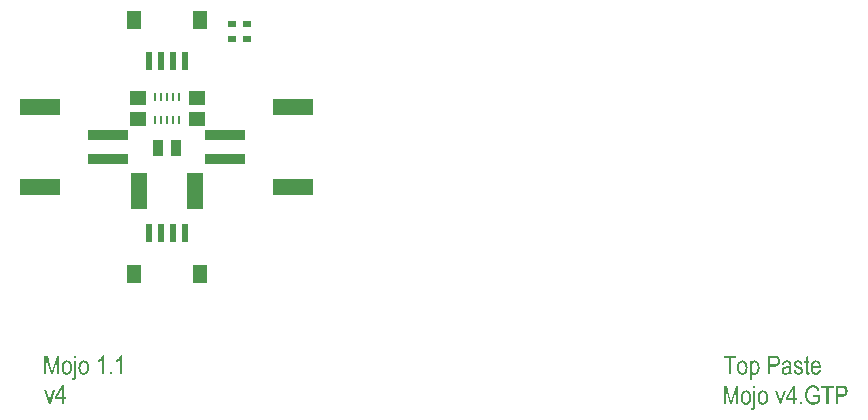
<source format=gtp>
G04*
G04 #@! TF.GenerationSoftware,Altium Limited,Altium Designer,24.5.2 (23)*
G04*
G04 Layer_Color=8421504*
%FSLAX25Y25*%
%MOIN*%
G70*
G04*
G04 #@! TF.SameCoordinates,14D8FD4F-CE48-4F7E-93F5-DD934605E96C*
G04*
G04*
G04 #@! TF.FilePolarity,Positive*
G04*
G01*
G75*
%ADD14R,0.02953X0.02165*%
%ADD15R,0.05512X0.12008*%
%ADD16R,0.05315X0.04528*%
%ADD17R,0.13583X0.03740*%
%ADD18R,0.13189X0.05709*%
%ADD19R,0.00984X0.03150*%
%ADD20R,0.03740X0.05315*%
%ADD21R,0.04528X0.06496*%
%ADD22R,0.02165X0.05906*%
G36*
X246110Y-30393D02*
X245477D01*
Y-29492D01*
X246110D01*
Y-30393D01*
D02*
G37*
G36*
X265389Y-29386D02*
X265436D01*
X265496Y-29391D01*
X265560Y-29400D01*
X265630Y-29409D01*
X265704Y-29418D01*
X265787Y-29432D01*
X265953Y-29469D01*
X266119Y-29525D01*
X266202Y-29557D01*
X266286Y-29594D01*
X266290Y-29599D01*
X266304Y-29603D01*
X266327Y-29617D01*
X266355Y-29631D01*
X266392Y-29654D01*
X266434Y-29682D01*
X266480Y-29714D01*
X266535Y-29746D01*
X266646Y-29834D01*
X266761Y-29936D01*
X266877Y-30056D01*
X266988Y-30195D01*
X266992Y-30199D01*
X267002Y-30213D01*
X267016Y-30236D01*
X267034Y-30264D01*
X267057Y-30305D01*
X267085Y-30351D01*
X267113Y-30407D01*
X267145Y-30472D01*
X267177Y-30541D01*
X267210Y-30619D01*
X267247Y-30707D01*
X267279Y-30804D01*
X267316Y-30906D01*
X267348Y-31012D01*
X267376Y-31128D01*
X267404Y-31252D01*
X266789Y-31460D01*
Y-31456D01*
X266785Y-31437D01*
X266775Y-31409D01*
X266766Y-31373D01*
X266757Y-31331D01*
X266738Y-31280D01*
X266724Y-31220D01*
X266701Y-31160D01*
X266660Y-31031D01*
X266604Y-30901D01*
X266544Y-30777D01*
X266512Y-30716D01*
X266475Y-30666D01*
Y-30661D01*
X266466Y-30652D01*
X266457Y-30638D01*
X266443Y-30624D01*
X266396Y-30573D01*
X266341Y-30513D01*
X266267Y-30449D01*
X266184Y-30379D01*
X266082Y-30310D01*
X265971Y-30250D01*
X265967D01*
X265958Y-30245D01*
X265939Y-30236D01*
X265916Y-30227D01*
X265888Y-30213D01*
X265851Y-30204D01*
X265814Y-30190D01*
X265768Y-30171D01*
X265667Y-30144D01*
X265546Y-30121D01*
X265417Y-30102D01*
X265279Y-30097D01*
X265223D01*
X265186Y-30102D01*
X265135Y-30107D01*
X265080Y-30111D01*
X265015Y-30121D01*
X264946Y-30130D01*
X264872Y-30148D01*
X264793Y-30167D01*
X264715Y-30185D01*
X264632Y-30213D01*
X264548Y-30245D01*
X264465Y-30282D01*
X264387Y-30324D01*
X264308Y-30375D01*
X264304Y-30379D01*
X264290Y-30389D01*
X264271Y-30402D01*
X264239Y-30426D01*
X264207Y-30453D01*
X264165Y-30490D01*
X264124Y-30532D01*
X264073Y-30582D01*
X264022Y-30638D01*
X263971Y-30703D01*
X263916Y-30772D01*
X263860Y-30846D01*
X263805Y-30934D01*
X263754Y-31021D01*
X263703Y-31119D01*
X263652Y-31225D01*
X263648Y-31229D01*
X263643Y-31252D01*
X263629Y-31285D01*
X263615Y-31326D01*
X263597Y-31382D01*
X263574Y-31451D01*
X263551Y-31530D01*
X263532Y-31617D01*
X263509Y-31714D01*
X263486Y-31821D01*
X263463Y-31936D01*
X263444Y-32061D01*
X263431Y-32190D01*
X263417Y-32333D01*
X263412Y-32477D01*
X263407Y-32629D01*
Y-32634D01*
Y-32643D01*
Y-32662D01*
Y-32685D01*
Y-32712D01*
X263412Y-32749D01*
Y-32791D01*
X263417Y-32837D01*
X263421Y-32888D01*
X263426Y-32943D01*
X263435Y-33064D01*
X263454Y-33198D01*
X263472Y-33341D01*
X263500Y-33493D01*
X263537Y-33650D01*
X263578Y-33807D01*
X263629Y-33964D01*
X263689Y-34117D01*
X263758Y-34265D01*
X263842Y-34403D01*
X263934Y-34528D01*
X263939Y-34533D01*
X263957Y-34556D01*
X263989Y-34588D01*
X264031Y-34625D01*
X264082Y-34676D01*
X264147Y-34727D01*
X264220Y-34782D01*
X264304Y-34842D01*
X264401Y-34902D01*
X264502Y-34958D01*
X264618Y-35008D01*
X264738Y-35059D01*
X264872Y-35096D01*
X265010Y-35129D01*
X265158Y-35147D01*
X265311Y-35156D01*
X265352D01*
X265380Y-35152D01*
X265417D01*
X265463Y-35147D01*
X265510Y-35142D01*
X265565Y-35133D01*
X265625Y-35124D01*
X265690Y-35110D01*
X265833Y-35078D01*
X265981Y-35032D01*
X266138Y-34967D01*
X266142Y-34962D01*
X266156Y-34958D01*
X266179Y-34948D01*
X266207Y-34930D01*
X266244Y-34912D01*
X266286Y-34893D01*
X266332Y-34865D01*
X266383Y-34838D01*
X266489Y-34768D01*
X266604Y-34690D01*
X266715Y-34602D01*
X266817Y-34505D01*
Y-33327D01*
X265297D01*
Y-32583D01*
X267487Y-32578D01*
Y-34925D01*
X267482Y-34930D01*
X267464Y-34948D01*
X267436Y-34971D01*
X267399Y-35004D01*
X267353Y-35045D01*
X267297Y-35092D01*
X267237Y-35147D01*
X267168Y-35203D01*
X267094Y-35258D01*
X267011Y-35323D01*
X266923Y-35383D01*
X266835Y-35443D01*
X266641Y-35563D01*
X266544Y-35614D01*
X266443Y-35664D01*
X266438Y-35669D01*
X266420Y-35674D01*
X266392Y-35688D01*
X266350Y-35702D01*
X266300Y-35720D01*
X266244Y-35743D01*
X266179Y-35766D01*
X266106Y-35785D01*
X266022Y-35808D01*
X265939Y-35831D01*
X265847Y-35854D01*
X265750Y-35872D01*
X265551Y-35900D01*
X265445Y-35905D01*
X265338Y-35909D01*
X265306D01*
X265265Y-35905D01*
X265209D01*
X265144Y-35895D01*
X265066Y-35891D01*
X264983Y-35877D01*
X264886Y-35863D01*
X264784Y-35840D01*
X264673Y-35817D01*
X264562Y-35785D01*
X264447Y-35748D01*
X264331Y-35706D01*
X264216Y-35655D01*
X264100Y-35595D01*
X263985Y-35531D01*
X263980Y-35526D01*
X263957Y-35512D01*
X263929Y-35489D01*
X263888Y-35461D01*
X263837Y-35420D01*
X263782Y-35373D01*
X263717Y-35313D01*
X263648Y-35249D01*
X263574Y-35175D01*
X263495Y-35096D01*
X263417Y-35004D01*
X263338Y-34907D01*
X263264Y-34796D01*
X263186Y-34681D01*
X263116Y-34560D01*
X263047Y-34426D01*
X263042Y-34417D01*
X263033Y-34394D01*
X263015Y-34352D01*
X262992Y-34297D01*
X262968Y-34228D01*
X262936Y-34140D01*
X262908Y-34043D01*
X262876Y-33932D01*
X262844Y-33812D01*
X262811Y-33678D01*
X262779Y-33535D01*
X262756Y-33382D01*
X262733Y-33221D01*
X262714Y-33045D01*
X262705Y-32865D01*
X262701Y-32680D01*
Y-32675D01*
Y-32666D01*
Y-32652D01*
Y-32634D01*
Y-32611D01*
X262705Y-32578D01*
Y-32546D01*
Y-32504D01*
X262710Y-32417D01*
X262719Y-32310D01*
X262728Y-32195D01*
X262742Y-32066D01*
X262761Y-31932D01*
X262784Y-31784D01*
X262811Y-31636D01*
X262848Y-31483D01*
X262885Y-31331D01*
X262931Y-31174D01*
X262987Y-31026D01*
X263047Y-30878D01*
X263052Y-30869D01*
X263061Y-30846D01*
X263084Y-30804D01*
X263112Y-30753D01*
X263144Y-30689D01*
X263186Y-30615D01*
X263236Y-30536D01*
X263292Y-30449D01*
X263352Y-30356D01*
X263421Y-30264D01*
X263495Y-30171D01*
X263578Y-30079D01*
X263666Y-29987D01*
X263758Y-29899D01*
X263856Y-29820D01*
X263957Y-29746D01*
X263962Y-29742D01*
X263985Y-29732D01*
X264013Y-29714D01*
X264059Y-29691D01*
X264110Y-29663D01*
X264174Y-29631D01*
X264253Y-29599D01*
X264336Y-29561D01*
X264428Y-29529D01*
X264530Y-29497D01*
X264641Y-29465D01*
X264756Y-29437D01*
X264881Y-29414D01*
X265015Y-29395D01*
X265149Y-29386D01*
X265292Y-29381D01*
X265348D01*
X265389Y-29386D01*
D02*
G37*
G36*
X254759Y-35803D02*
X254163D01*
X252740Y-31234D01*
X253414D01*
X254218Y-33969D01*
Y-33974D01*
X254223Y-33988D01*
X254232Y-34015D01*
X254241Y-34048D01*
X254255Y-34089D01*
X254269Y-34140D01*
X254283Y-34195D01*
X254301Y-34260D01*
X254320Y-34325D01*
X254338Y-34399D01*
X254380Y-34556D01*
X254417Y-34718D01*
X254458Y-34888D01*
Y-34884D01*
X254463Y-34870D01*
X254468Y-34851D01*
X254472Y-34824D01*
X254482Y-34791D01*
X254491Y-34750D01*
X254505Y-34699D01*
X254519Y-34644D01*
X254532Y-34584D01*
X254551Y-34519D01*
X254569Y-34449D01*
X254592Y-34371D01*
X254615Y-34292D01*
X254639Y-34205D01*
X254689Y-34025D01*
X255530Y-31234D01*
X256182D01*
X254759Y-35803D01*
D02*
G37*
G36*
X240451D02*
X239790D01*
Y-30523D01*
X238284Y-35803D01*
X237665D01*
X236173Y-30435D01*
Y-35803D01*
X235512D01*
Y-29492D01*
X236542D01*
X237766Y-33964D01*
X238011Y-34898D01*
Y-34893D01*
X238016Y-34879D01*
X238020Y-34861D01*
X238030Y-34833D01*
X238039Y-34796D01*
X238048Y-34750D01*
X238067Y-34699D01*
X238081Y-34639D01*
X238099Y-34570D01*
X238118Y-34496D01*
X238141Y-34413D01*
X238168Y-34325D01*
X238196Y-34223D01*
X238224Y-34117D01*
X238256Y-34006D01*
X238288Y-33886D01*
X239527Y-29492D01*
X240451D01*
Y-35803D01*
D02*
G37*
G36*
X275013Y-29497D02*
X275078D01*
X275151Y-29502D01*
X275225Y-29506D01*
X275392Y-29525D01*
X275563Y-29543D01*
X275641Y-29557D01*
X275720Y-29575D01*
X275794Y-29594D01*
X275858Y-29617D01*
X275863D01*
X275877Y-29626D01*
X275900Y-29635D01*
X275932Y-29649D01*
X275969Y-29668D01*
X276015Y-29691D01*
X276062Y-29719D01*
X276117Y-29751D01*
X276172Y-29792D01*
X276233Y-29834D01*
X276288Y-29885D01*
X276348Y-29940D01*
X276408Y-30000D01*
X276468Y-30070D01*
X276523Y-30144D01*
X276574Y-30222D01*
X276579Y-30227D01*
X276588Y-30241D01*
X276597Y-30268D01*
X276616Y-30301D01*
X276634Y-30342D01*
X276658Y-30398D01*
X276685Y-30458D01*
X276708Y-30523D01*
X276731Y-30601D01*
X276759Y-30684D01*
X276782Y-30772D01*
X276801Y-30869D01*
X276819Y-30971D01*
X276833Y-31077D01*
X276838Y-31188D01*
X276842Y-31308D01*
Y-31313D01*
Y-31317D01*
Y-31345D01*
X276838Y-31391D01*
Y-31451D01*
X276829Y-31520D01*
X276819Y-31608D01*
X276805Y-31701D01*
X276787Y-31802D01*
X276764Y-31909D01*
X276736Y-32024D01*
X276699Y-32140D01*
X276658Y-32255D01*
X276607Y-32370D01*
X276547Y-32486D01*
X276482Y-32592D01*
X276403Y-32699D01*
X276399Y-32703D01*
X276385Y-32722D01*
X276357Y-32749D01*
X276320Y-32782D01*
X276270Y-32823D01*
X276209Y-32869D01*
X276135Y-32916D01*
X276052Y-32967D01*
X275955Y-33017D01*
X275844Y-33064D01*
X275724Y-33110D01*
X275586Y-33151D01*
X275438Y-33184D01*
X275272Y-33211D01*
X275096Y-33230D01*
X274902Y-33234D01*
X273581D01*
Y-35803D01*
X272897D01*
Y-29492D01*
X274953D01*
X275013Y-29497D01*
D02*
G37*
G36*
X272208Y-30236D02*
X270495D01*
Y-35803D01*
X269811D01*
Y-30236D01*
X268106D01*
Y-29492D01*
X272208D01*
Y-30236D01*
D02*
G37*
G36*
X261680Y-35803D02*
X260954D01*
Y-34921D01*
X261680D01*
Y-35803D01*
D02*
G37*
G36*
X259231Y-33581D02*
X259933D01*
Y-34292D01*
X259231D01*
Y-35803D01*
X258593D01*
Y-34292D01*
X256353D01*
Y-33581D01*
X258709Y-29492D01*
X259231D01*
Y-33581D01*
D02*
G37*
G36*
X248679Y-31137D02*
X248730Y-31142D01*
X248794Y-31151D01*
X248868Y-31165D01*
X248951Y-31183D01*
X249044Y-31206D01*
X249141Y-31239D01*
X249238Y-31280D01*
X249344Y-31331D01*
X249450Y-31386D01*
X249557Y-31456D01*
X249658Y-31539D01*
X249760Y-31631D01*
X249857Y-31738D01*
X249862Y-31742D01*
X249880Y-31765D01*
X249903Y-31802D01*
X249935Y-31848D01*
X249972Y-31913D01*
X250019Y-31987D01*
X250060Y-32075D01*
X250111Y-32181D01*
X250157Y-32297D01*
X250203Y-32426D01*
X250245Y-32569D01*
X250282Y-32722D01*
X250314Y-32893D01*
X250337Y-33073D01*
X250356Y-33267D01*
X250360Y-33475D01*
Y-33479D01*
Y-33489D01*
Y-33507D01*
Y-33530D01*
Y-33558D01*
X250356Y-33590D01*
Y-33632D01*
X250351Y-33678D01*
X250347Y-33780D01*
X250333Y-33895D01*
X250319Y-34025D01*
X250300Y-34168D01*
X250273Y-34315D01*
X250240Y-34463D01*
X250199Y-34616D01*
X250148Y-34768D01*
X250093Y-34916D01*
X250028Y-35059D01*
X249949Y-35189D01*
X249862Y-35309D01*
X249857Y-35313D01*
X249838Y-35337D01*
X249811Y-35364D01*
X249774Y-35401D01*
X249723Y-35447D01*
X249663Y-35498D01*
X249598Y-35554D01*
X249520Y-35609D01*
X249432Y-35665D01*
X249340Y-35720D01*
X249233Y-35771D01*
X249122Y-35817D01*
X249002Y-35854D01*
X248878Y-35882D01*
X248744Y-35905D01*
X248605Y-35909D01*
X248573D01*
X248531Y-35905D01*
X248480Y-35900D01*
X248415Y-35891D01*
X248342Y-35877D01*
X248258Y-35859D01*
X248166Y-35835D01*
X248069Y-35803D01*
X247967Y-35762D01*
X247861Y-35715D01*
X247759Y-35655D01*
X247653Y-35586D01*
X247547Y-35508D01*
X247445Y-35415D01*
X247348Y-35309D01*
X247344Y-35300D01*
X247325Y-35281D01*
X247302Y-35244D01*
X247270Y-35193D01*
X247233Y-35133D01*
X247191Y-35055D01*
X247145Y-34962D01*
X247099Y-34856D01*
X247053Y-34741D01*
X247006Y-34607D01*
X246965Y-34459D01*
X246928Y-34297D01*
X246896Y-34126D01*
X246872Y-33937D01*
X246854Y-33738D01*
X246849Y-33521D01*
Y-33516D01*
Y-33507D01*
Y-33493D01*
Y-33470D01*
Y-33442D01*
X246854Y-33405D01*
Y-33368D01*
X246859Y-33327D01*
X246863Y-33230D01*
X246877Y-33114D01*
X246891Y-32990D01*
X246909Y-32856D01*
X246937Y-32712D01*
X246969Y-32564D01*
X247011Y-32417D01*
X247057Y-32269D01*
X247113Y-32126D01*
X247182Y-31987D01*
X247256Y-31858D01*
X247344Y-31738D01*
X247348Y-31728D01*
X247367Y-31710D01*
X247394Y-31682D01*
X247431Y-31640D01*
X247482Y-31599D01*
X247542Y-31548D01*
X247612Y-31493D01*
X247690Y-31433D01*
X247773Y-31377D01*
X247870Y-31322D01*
X247977Y-31271D01*
X248087Y-31225D01*
X248208Y-31188D01*
X248332Y-31160D01*
X248466Y-31137D01*
X248605Y-31132D01*
X248637D01*
X248679Y-31137D01*
D02*
G37*
G36*
X243052D02*
X243103Y-31142D01*
X243167Y-31151D01*
X243241Y-31165D01*
X243324Y-31183D01*
X243417Y-31206D01*
X243514Y-31239D01*
X243611Y-31280D01*
X243717Y-31331D01*
X243823Y-31386D01*
X243929Y-31456D01*
X244031Y-31539D01*
X244133Y-31631D01*
X244230Y-31738D01*
X244234Y-31742D01*
X244253Y-31765D01*
X244276Y-31802D01*
X244308Y-31848D01*
X244345Y-31913D01*
X244391Y-31987D01*
X244433Y-32075D01*
X244484Y-32181D01*
X244530Y-32297D01*
X244576Y-32426D01*
X244618Y-32569D01*
X244655Y-32722D01*
X244687Y-32893D01*
X244710Y-33073D01*
X244729Y-33267D01*
X244733Y-33475D01*
Y-33479D01*
Y-33489D01*
Y-33507D01*
Y-33530D01*
Y-33558D01*
X244729Y-33590D01*
Y-33632D01*
X244724Y-33678D01*
X244720Y-33780D01*
X244706Y-33895D01*
X244692Y-34025D01*
X244673Y-34168D01*
X244646Y-34315D01*
X244613Y-34463D01*
X244572Y-34616D01*
X244521Y-34768D01*
X244465Y-34916D01*
X244401Y-35059D01*
X244322Y-35189D01*
X244234Y-35309D01*
X244230Y-35313D01*
X244211Y-35337D01*
X244184Y-35364D01*
X244147Y-35401D01*
X244096Y-35447D01*
X244036Y-35498D01*
X243971Y-35554D01*
X243893Y-35609D01*
X243805Y-35665D01*
X243712Y-35720D01*
X243606Y-35771D01*
X243495Y-35817D01*
X243375Y-35854D01*
X243250Y-35882D01*
X243116Y-35905D01*
X242978Y-35909D01*
X242945D01*
X242904Y-35905D01*
X242853Y-35900D01*
X242788Y-35891D01*
X242714Y-35877D01*
X242631Y-35859D01*
X242539Y-35835D01*
X242442Y-35803D01*
X242340Y-35762D01*
X242234Y-35715D01*
X242132Y-35655D01*
X242026Y-35586D01*
X241920Y-35508D01*
X241818Y-35415D01*
X241721Y-35309D01*
X241717Y-35300D01*
X241698Y-35281D01*
X241675Y-35244D01*
X241642Y-35193D01*
X241606Y-35133D01*
X241564Y-35055D01*
X241518Y-34962D01*
X241472Y-34856D01*
X241425Y-34741D01*
X241379Y-34607D01*
X241338Y-34459D01*
X241301Y-34297D01*
X241268Y-34126D01*
X241245Y-33937D01*
X241227Y-33738D01*
X241222Y-33521D01*
Y-33516D01*
Y-33507D01*
Y-33493D01*
Y-33470D01*
Y-33442D01*
X241227Y-33405D01*
Y-33368D01*
X241231Y-33327D01*
X241236Y-33230D01*
X241250Y-33114D01*
X241264Y-32990D01*
X241282Y-32856D01*
X241310Y-32712D01*
X241342Y-32564D01*
X241384Y-32417D01*
X241430Y-32269D01*
X241486Y-32126D01*
X241555Y-31987D01*
X241629Y-31858D01*
X241717Y-31738D01*
X241721Y-31728D01*
X241740Y-31710D01*
X241767Y-31682D01*
X241804Y-31640D01*
X241855Y-31599D01*
X241915Y-31548D01*
X241984Y-31493D01*
X242063Y-31433D01*
X242146Y-31377D01*
X242243Y-31322D01*
X242349Y-31271D01*
X242460Y-31225D01*
X242580Y-31188D01*
X242705Y-31160D01*
X242839Y-31137D01*
X242978Y-31132D01*
X243010D01*
X243052Y-31137D01*
D02*
G37*
G36*
X246110Y-36048D02*
Y-36053D01*
Y-36057D01*
Y-36071D01*
Y-36090D01*
Y-36136D01*
X246106Y-36200D01*
X246101Y-36274D01*
X246096Y-36362D01*
X246092Y-36455D01*
X246082Y-36556D01*
X246050Y-36769D01*
X246032Y-36875D01*
X246008Y-36977D01*
X245981Y-37074D01*
X245948Y-37166D01*
X245911Y-37249D01*
X245870Y-37319D01*
X245865Y-37323D01*
X245861Y-37332D01*
X245847Y-37351D01*
X245824Y-37369D01*
X245801Y-37397D01*
X245768Y-37425D01*
X245736Y-37457D01*
X245694Y-37485D01*
X245648Y-37517D01*
X245593Y-37549D01*
X245537Y-37577D01*
X245473Y-37605D01*
X245408Y-37623D01*
X245334Y-37642D01*
X245255Y-37651D01*
X245172Y-37656D01*
X245131D01*
X245080Y-37651D01*
X245015Y-37646D01*
X244937Y-37637D01*
X244853Y-37619D01*
X244766Y-37600D01*
X244673Y-37573D01*
X244793Y-36912D01*
X244803Y-36917D01*
X244826Y-36921D01*
X244858Y-36930D01*
X244900Y-36944D01*
X244951Y-36958D01*
X244997Y-36967D01*
X245047Y-36972D01*
X245089Y-36977D01*
X245098D01*
X245121Y-36972D01*
X245158Y-36967D01*
X245200Y-36958D01*
X245246Y-36935D01*
X245297Y-36907D01*
X245343Y-36870D01*
X245380Y-36815D01*
X245385Y-36806D01*
X245389Y-36796D01*
X245394Y-36783D01*
X245403Y-36759D01*
X245412Y-36732D01*
X245422Y-36699D01*
X245431Y-36658D01*
X245436Y-36612D01*
X245445Y-36556D01*
X245454Y-36492D01*
X245463Y-36418D01*
X245468Y-36339D01*
X245473Y-36247D01*
X245477Y-36145D01*
Y-36034D01*
Y-31234D01*
X246110D01*
Y-36048D01*
D02*
G37*
G36*
X245976Y-21137D02*
X246013Y-21142D01*
X246059Y-21146D01*
X246110Y-21155D01*
X246165Y-21165D01*
X246290Y-21197D01*
X246355Y-21215D01*
X246424Y-21243D01*
X246494Y-21276D01*
X246563Y-21308D01*
X246627Y-21350D01*
X246697Y-21396D01*
X246702Y-21400D01*
X246711Y-21409D01*
X246734Y-21423D01*
X246757Y-21447D01*
X246789Y-21474D01*
X246822Y-21507D01*
X246863Y-21548D01*
X246905Y-21594D01*
X246951Y-21645D01*
X246997Y-21705D01*
X247043Y-21770D01*
X247094Y-21844D01*
X247140Y-21922D01*
X247186Y-22005D01*
X247233Y-22098D01*
X247274Y-22195D01*
X247279Y-22199D01*
X247284Y-22218D01*
X247293Y-22250D01*
X247307Y-22292D01*
X247325Y-22343D01*
X247344Y-22403D01*
X247362Y-22477D01*
X247385Y-22555D01*
X247404Y-22648D01*
X247422Y-22745D01*
X247441Y-22851D01*
X247459Y-22966D01*
X247473Y-23087D01*
X247482Y-23211D01*
X247492Y-23345D01*
Y-23484D01*
Y-23489D01*
Y-23498D01*
Y-23512D01*
Y-23535D01*
Y-23562D01*
X247487Y-23595D01*
Y-23632D01*
X247482Y-23678D01*
X247478Y-23775D01*
X247464Y-23886D01*
X247450Y-24011D01*
X247431Y-24145D01*
X247404Y-24288D01*
X247371Y-24436D01*
X247334Y-24584D01*
X247284Y-24736D01*
X247228Y-24884D01*
X247164Y-25022D01*
X247090Y-25156D01*
X247002Y-25281D01*
X246997Y-25286D01*
X246979Y-25309D01*
X246951Y-25341D01*
X246914Y-25378D01*
X246868Y-25429D01*
X246812Y-25480D01*
X246748Y-25535D01*
X246674Y-25595D01*
X246595Y-25655D01*
X246507Y-25711D01*
X246410Y-25762D01*
X246313Y-25812D01*
X246207Y-25849D01*
X246092Y-25882D01*
X245976Y-25900D01*
X245856Y-25909D01*
X245828D01*
X245805Y-25905D01*
X245782D01*
X245750Y-25900D01*
X245676Y-25891D01*
X245593Y-25872D01*
X245500Y-25845D01*
X245403Y-25812D01*
X245306Y-25762D01*
X245302D01*
X245297Y-25752D01*
X245283Y-25748D01*
X245265Y-25734D01*
X245218Y-25697D01*
X245158Y-25651D01*
X245089Y-25591D01*
X245020Y-25517D01*
X244946Y-25433D01*
X244872Y-25337D01*
Y-27554D01*
X244239D01*
Y-21234D01*
X244826D01*
Y-21830D01*
X244830Y-21825D01*
X244835Y-21812D01*
X244849Y-21793D01*
X244863Y-21770D01*
X244881Y-21737D01*
X244909Y-21705D01*
X244964Y-21627D01*
X245034Y-21539D01*
X245112Y-21451D01*
X245205Y-21368D01*
X245251Y-21331D01*
X245297Y-21299D01*
X245302D01*
X245311Y-21289D01*
X245325Y-21285D01*
X245343Y-21271D01*
X245371Y-21262D01*
X245399Y-21248D01*
X245473Y-21215D01*
X245560Y-21183D01*
X245662Y-21160D01*
X245777Y-21142D01*
X245902Y-21132D01*
X245944D01*
X245976Y-21137D01*
D02*
G37*
G36*
X260478D02*
X260520Y-21142D01*
X260571Y-21146D01*
X260622Y-21151D01*
X260737Y-21169D01*
X260862Y-21197D01*
X260986Y-21234D01*
X261107Y-21285D01*
X261111D01*
X261121Y-21289D01*
X261139Y-21299D01*
X261157Y-21313D01*
X261185Y-21326D01*
X261217Y-21345D01*
X261287Y-21391D01*
X261365Y-21451D01*
X261444Y-21520D01*
X261522Y-21599D01*
X261592Y-21691D01*
Y-21696D01*
X261601Y-21705D01*
X261610Y-21719D01*
X261619Y-21737D01*
X261633Y-21765D01*
X261647Y-21798D01*
X261666Y-21835D01*
X261684Y-21876D01*
X261703Y-21927D01*
X261726Y-21978D01*
X261744Y-22038D01*
X261763Y-22103D01*
X261781Y-22176D01*
X261800Y-22250D01*
X261813Y-22329D01*
X261827Y-22417D01*
X261208Y-22518D01*
Y-22509D01*
X261204Y-22486D01*
X261194Y-22449D01*
X261185Y-22403D01*
X261167Y-22343D01*
X261144Y-22283D01*
X261111Y-22213D01*
X261074Y-22144D01*
X261028Y-22075D01*
X260968Y-22005D01*
X260903Y-21945D01*
X260825Y-21885D01*
X260737Y-21839D01*
X260635Y-21802D01*
X260520Y-21779D01*
X260390Y-21770D01*
X260349D01*
X260321Y-21775D01*
X260289D01*
X260247Y-21779D01*
X260159Y-21788D01*
X260058Y-21812D01*
X259956Y-21839D01*
X259855Y-21881D01*
X259813Y-21908D01*
X259771Y-21936D01*
X259762Y-21945D01*
X259739Y-21964D01*
X259707Y-22001D01*
X259674Y-22052D01*
X259637Y-22112D01*
X259605Y-22186D01*
X259582Y-22269D01*
X259577Y-22315D01*
X259573Y-22361D01*
Y-22366D01*
Y-22370D01*
Y-22384D01*
X259577Y-22403D01*
X259582Y-22449D01*
X259596Y-22504D01*
X259619Y-22569D01*
X259656Y-22634D01*
X259702Y-22698D01*
X259767Y-22759D01*
X259771Y-22763D01*
X259781Y-22768D01*
X259794Y-22777D01*
X259813Y-22786D01*
X259836Y-22795D01*
X259864Y-22809D01*
X259896Y-22823D01*
X259938Y-22842D01*
X259989Y-22865D01*
X260044Y-22888D01*
X260109Y-22911D01*
X260183Y-22939D01*
X260266Y-22966D01*
X260358Y-22999D01*
X260460Y-23031D01*
X260464D01*
X260469Y-23036D01*
X260492Y-23040D01*
X260534Y-23054D01*
X260589Y-23073D01*
X260649Y-23091D01*
X260723Y-23119D01*
X260802Y-23147D01*
X260885Y-23174D01*
X261056Y-23239D01*
X261144Y-23271D01*
X261222Y-23304D01*
X261301Y-23336D01*
X261370Y-23368D01*
X261430Y-23401D01*
X261481Y-23428D01*
X261485D01*
X261490Y-23433D01*
X261518Y-23456D01*
X261559Y-23489D01*
X261615Y-23535D01*
X261670Y-23595D01*
X261730Y-23664D01*
X261790Y-23743D01*
X261841Y-23835D01*
Y-23840D01*
X261846Y-23844D01*
X261855Y-23863D01*
X261860Y-23881D01*
X261874Y-23904D01*
X261883Y-23932D01*
X261906Y-24006D01*
X261929Y-24094D01*
X261952Y-24200D01*
X261966Y-24316D01*
X261971Y-24445D01*
Y-24454D01*
Y-24473D01*
X261966Y-24509D01*
Y-24556D01*
X261957Y-24611D01*
X261947Y-24676D01*
X261934Y-24745D01*
X261920Y-24824D01*
X261897Y-24907D01*
X261869Y-24995D01*
X261837Y-25082D01*
X261795Y-25170D01*
X261749Y-25258D01*
X261693Y-25346D01*
X261629Y-25429D01*
X261555Y-25508D01*
X261550Y-25512D01*
X261536Y-25526D01*
X261513Y-25544D01*
X261481Y-25572D01*
X261435Y-25600D01*
X261384Y-25632D01*
X261324Y-25669D01*
X261259Y-25706D01*
X261180Y-25748D01*
X261093Y-25780D01*
X261000Y-25817D01*
X260899Y-25845D01*
X260792Y-25872D01*
X260672Y-25891D01*
X260552Y-25905D01*
X260418Y-25909D01*
X260386D01*
X260358Y-25905D01*
X260331D01*
X260294Y-25900D01*
X260252Y-25896D01*
X260206Y-25886D01*
X260099Y-25863D01*
X259979Y-25831D01*
X259850Y-25785D01*
X259716Y-25725D01*
X259647Y-25688D01*
X259582Y-25646D01*
X259513Y-25600D01*
X259443Y-25549D01*
X259379Y-25494D01*
X259314Y-25429D01*
X259249Y-25364D01*
X259189Y-25286D01*
X259134Y-25207D01*
X259078Y-25119D01*
X259032Y-25022D01*
X258986Y-24921D01*
X258945Y-24814D01*
X258908Y-24694D01*
X258880Y-24570D01*
X258857Y-24436D01*
X259490Y-24316D01*
Y-24320D01*
X259494Y-24339D01*
Y-24362D01*
X259504Y-24394D01*
X259508Y-24436D01*
X259522Y-24482D01*
X259531Y-24533D01*
X259550Y-24588D01*
X259587Y-24704D01*
X259642Y-24824D01*
X259707Y-24939D01*
X259748Y-24990D01*
X259790Y-25036D01*
X259794Y-25041D01*
X259804Y-25045D01*
X259818Y-25059D01*
X259836Y-25073D01*
X259859Y-25092D01*
X259892Y-25110D01*
X259928Y-25133D01*
X259965Y-25152D01*
X260012Y-25175D01*
X260063Y-25198D01*
X260118Y-25216D01*
X260178Y-25235D01*
X260307Y-25263D01*
X260381Y-25267D01*
X260455Y-25272D01*
X260497D01*
X260525Y-25267D01*
X260557D01*
X260598Y-25263D01*
X260691Y-25244D01*
X260792Y-25221D01*
X260899Y-25184D01*
X261000Y-25133D01*
X261047Y-25106D01*
X261093Y-25069D01*
X261097Y-25064D01*
X261102Y-25059D01*
X261130Y-25032D01*
X261167Y-24985D01*
X261208Y-24925D01*
X261250Y-24851D01*
X261282Y-24764D01*
X261310Y-24662D01*
X261315Y-24607D01*
X261319Y-24551D01*
Y-24546D01*
Y-24537D01*
Y-24523D01*
X261315Y-24505D01*
X261310Y-24459D01*
X261296Y-24394D01*
X261273Y-24329D01*
X261236Y-24260D01*
X261190Y-24191D01*
X261125Y-24131D01*
X261121Y-24126D01*
X261097Y-24112D01*
X261079Y-24103D01*
X261056Y-24089D01*
X261028Y-24075D01*
X260996Y-24057D01*
X260954Y-24038D01*
X260908Y-24020D01*
X260857Y-24001D01*
X260797Y-23978D01*
X260728Y-23950D01*
X260654Y-23927D01*
X260571Y-23900D01*
X260478Y-23872D01*
X260469Y-23867D01*
X260446Y-23863D01*
X260409Y-23849D01*
X260358Y-23835D01*
X260298Y-23817D01*
X260233Y-23794D01*
X260155Y-23766D01*
X260076Y-23738D01*
X259910Y-23678D01*
X259748Y-23613D01*
X259670Y-23581D01*
X259600Y-23549D01*
X259540Y-23521D01*
X259485Y-23489D01*
X259480D01*
X259476Y-23479D01*
X259462Y-23470D01*
X259443Y-23461D01*
X259397Y-23424D01*
X259342Y-23373D01*
X259282Y-23313D01*
X259217Y-23239D01*
X259152Y-23156D01*
X259097Y-23059D01*
Y-23054D01*
X259092Y-23045D01*
X259083Y-23031D01*
X259078Y-23013D01*
X259065Y-22985D01*
X259055Y-22957D01*
X259032Y-22883D01*
X259004Y-22791D01*
X258986Y-22689D01*
X258967Y-22578D01*
X258963Y-22454D01*
Y-22449D01*
Y-22426D01*
X258967Y-22398D01*
Y-22357D01*
X258977Y-22306D01*
X258981Y-22250D01*
X258995Y-22186D01*
X259009Y-22116D01*
X259028Y-22042D01*
X259055Y-21964D01*
X259083Y-21885D01*
X259120Y-21802D01*
X259162Y-21724D01*
X259212Y-21650D01*
X259273Y-21571D01*
X259337Y-21502D01*
X259342Y-21497D01*
X259356Y-21488D01*
X259374Y-21470D01*
X259406Y-21442D01*
X259443Y-21414D01*
X259490Y-21386D01*
X259545Y-21350D01*
X259605Y-21317D01*
X259679Y-21285D01*
X259753Y-21248D01*
X259841Y-21220D01*
X259933Y-21188D01*
X260030Y-21165D01*
X260136Y-21146D01*
X260252Y-21137D01*
X260372Y-21132D01*
X260441D01*
X260478Y-21137D01*
D02*
G37*
G36*
X256773D02*
X256824D01*
X256879Y-21142D01*
X256944Y-21151D01*
X257013Y-21160D01*
X257161Y-21188D01*
X257314Y-21225D01*
X257466Y-21280D01*
X257535Y-21317D01*
X257600Y-21354D01*
X257605Y-21359D01*
X257614Y-21363D01*
X257632Y-21377D01*
X257656Y-21396D01*
X257711Y-21442D01*
X257780Y-21507D01*
X257854Y-21585D01*
X257923Y-21678D01*
X257983Y-21784D01*
X258007Y-21844D01*
X258025Y-21904D01*
Y-21908D01*
X258030Y-21918D01*
X258034Y-21936D01*
X258039Y-21964D01*
X258048Y-22001D01*
X258053Y-22042D01*
X258062Y-22089D01*
X258071Y-22144D01*
X258081Y-22209D01*
X258090Y-22283D01*
X258094Y-22361D01*
X258104Y-22444D01*
X258108Y-22537D01*
X258113Y-22638D01*
X258118Y-22745D01*
Y-22860D01*
Y-23890D01*
Y-23895D01*
Y-23904D01*
Y-23918D01*
Y-23937D01*
Y-23964D01*
Y-23992D01*
Y-24066D01*
Y-24149D01*
Y-24251D01*
X258122Y-24357D01*
Y-24468D01*
X258127Y-24704D01*
X258131Y-24814D01*
Y-24925D01*
X258136Y-25027D01*
X258141Y-25119D01*
X258150Y-25198D01*
Y-25230D01*
X258154Y-25258D01*
Y-25263D01*
Y-25272D01*
X258159Y-25286D01*
X258164Y-25304D01*
X258168Y-25332D01*
X258173Y-25360D01*
X258191Y-25433D01*
X258214Y-25517D01*
X258242Y-25605D01*
X258279Y-25706D01*
X258321Y-25803D01*
X257660D01*
Y-25798D01*
X257656Y-25794D01*
X257651Y-25780D01*
X257642Y-25762D01*
X257637Y-25738D01*
X257623Y-25711D01*
X257605Y-25646D01*
X257582Y-25563D01*
X257558Y-25471D01*
X257540Y-25364D01*
X257526Y-25244D01*
X257522Y-25249D01*
X257512Y-25258D01*
X257494Y-25276D01*
X257471Y-25300D01*
X257443Y-25327D01*
X257406Y-25360D01*
X257369Y-25392D01*
X257323Y-25429D01*
X257226Y-25512D01*
X257110Y-25595D01*
X256990Y-25674D01*
X256861Y-25743D01*
X256856D01*
X256847Y-25752D01*
X256828Y-25757D01*
X256801Y-25771D01*
X256768Y-25780D01*
X256732Y-25794D01*
X256690Y-25812D01*
X256644Y-25826D01*
X256533Y-25859D01*
X256413Y-25882D01*
X256283Y-25900D01*
X256145Y-25909D01*
X256117D01*
X256089Y-25905D01*
X256048D01*
X255997Y-25900D01*
X255941Y-25891D01*
X255877Y-25882D01*
X255807Y-25863D01*
X255734Y-25845D01*
X255660Y-25822D01*
X255581Y-25794D01*
X255503Y-25762D01*
X255429Y-25720D01*
X255350Y-25674D01*
X255281Y-25618D01*
X255211Y-25558D01*
X255207Y-25554D01*
X255198Y-25540D01*
X255179Y-25521D01*
X255156Y-25494D01*
X255133Y-25457D01*
X255101Y-25415D01*
X255073Y-25364D01*
X255041Y-25309D01*
X255008Y-25244D01*
X254976Y-25170D01*
X254943Y-25092D01*
X254920Y-25008D01*
X254897Y-24916D01*
X254879Y-24819D01*
X254870Y-24717D01*
X254865Y-24607D01*
Y-24602D01*
Y-24588D01*
Y-24570D01*
X254870Y-24537D01*
Y-24505D01*
X254874Y-24463D01*
X254879Y-24417D01*
X254884Y-24371D01*
X254907Y-24260D01*
X254934Y-24145D01*
X254971Y-24020D01*
X255027Y-23904D01*
Y-23900D01*
X255036Y-23890D01*
X255045Y-23877D01*
X255054Y-23854D01*
X255091Y-23798D01*
X255142Y-23729D01*
X255207Y-23655D01*
X255281Y-23576D01*
X255369Y-23498D01*
X255470Y-23428D01*
X255475D01*
X255484Y-23419D01*
X255503Y-23410D01*
X255526Y-23401D01*
X255553Y-23387D01*
X255590Y-23368D01*
X255637Y-23350D01*
X255687Y-23332D01*
X255743Y-23308D01*
X255807Y-23290D01*
X255877Y-23267D01*
X255955Y-23244D01*
X256038Y-23225D01*
X256131Y-23207D01*
X256228Y-23188D01*
X256334Y-23170D01*
X256343D01*
X256366Y-23165D01*
X256408Y-23160D01*
X256464Y-23151D01*
X256524Y-23137D01*
X256597Y-23128D01*
X256681Y-23110D01*
X256768Y-23096D01*
X256953Y-23054D01*
X257143Y-23008D01*
X257235Y-22985D01*
X257323Y-22957D01*
X257401Y-22930D01*
X257475Y-22902D01*
X257480Y-22708D01*
Y-22703D01*
Y-22689D01*
Y-22661D01*
X257475Y-22629D01*
Y-22592D01*
X257471Y-22551D01*
X257457Y-22449D01*
X257438Y-22338D01*
X257406Y-22232D01*
X257364Y-22130D01*
X257341Y-22084D01*
X257309Y-22047D01*
X257304Y-22042D01*
X257300Y-22033D01*
X257286Y-22019D01*
X257263Y-22005D01*
X257240Y-21982D01*
X257207Y-21959D01*
X257170Y-21936D01*
X257129Y-21908D01*
X257083Y-21881D01*
X257027Y-21858D01*
X256967Y-21835D01*
X256902Y-21812D01*
X256828Y-21798D01*
X256755Y-21784D01*
X256667Y-21775D01*
X256579Y-21770D01*
X256537D01*
X256505Y-21775D01*
X256468D01*
X256427Y-21779D01*
X256329Y-21793D01*
X256223Y-21816D01*
X256112Y-21848D01*
X256006Y-21895D01*
X255960Y-21922D01*
X255914Y-21955D01*
X255909D01*
X255905Y-21964D01*
X255895Y-21973D01*
X255877Y-21992D01*
X255858Y-22015D01*
X255840Y-22038D01*
X255817Y-22070D01*
X255794Y-22112D01*
X255766Y-22153D01*
X255743Y-22204D01*
X255715Y-22260D01*
X255687Y-22324D01*
X255664Y-22394D01*
X255637Y-22467D01*
X255613Y-22551D01*
X255595Y-22643D01*
X254971Y-22541D01*
Y-22532D01*
X254976Y-22509D01*
X254985Y-22472D01*
X254999Y-22421D01*
X255013Y-22361D01*
X255036Y-22292D01*
X255059Y-22213D01*
X255087Y-22130D01*
X255119Y-22047D01*
X255161Y-21955D01*
X255202Y-21867D01*
X255253Y-21779D01*
X255309Y-21691D01*
X255369Y-21613D01*
X255433Y-21539D01*
X255507Y-21470D01*
X255512Y-21465D01*
X255526Y-21456D01*
X255549Y-21437D01*
X255586Y-21419D01*
X255627Y-21391D01*
X255678Y-21363D01*
X255738Y-21331D01*
X255807Y-21299D01*
X255886Y-21271D01*
X255974Y-21239D01*
X256071Y-21211D01*
X256172Y-21183D01*
X256288Y-21165D01*
X256408Y-21146D01*
X256537Y-21137D01*
X256676Y-21132D01*
X256732D01*
X256773Y-21137D01*
D02*
G37*
G36*
X252467Y-19497D02*
X252532D01*
X252606Y-19501D01*
X252680Y-19506D01*
X252846Y-19525D01*
X253017Y-19543D01*
X253096Y-19557D01*
X253174Y-19575D01*
X253248Y-19594D01*
X253313Y-19617D01*
X253317D01*
X253331Y-19626D01*
X253354Y-19636D01*
X253387Y-19649D01*
X253424Y-19668D01*
X253470Y-19691D01*
X253516Y-19719D01*
X253571Y-19751D01*
X253627Y-19793D01*
X253687Y-19834D01*
X253742Y-19885D01*
X253802Y-19940D01*
X253862Y-20000D01*
X253923Y-20070D01*
X253978Y-20144D01*
X254029Y-20222D01*
X254033Y-20227D01*
X254043Y-20241D01*
X254052Y-20268D01*
X254070Y-20301D01*
X254089Y-20342D01*
X254112Y-20398D01*
X254140Y-20458D01*
X254163Y-20523D01*
X254186Y-20601D01*
X254214Y-20684D01*
X254237Y-20772D01*
X254255Y-20869D01*
X254274Y-20971D01*
X254288Y-21077D01*
X254292Y-21188D01*
X254297Y-21308D01*
Y-21313D01*
Y-21317D01*
Y-21345D01*
X254292Y-21391D01*
Y-21451D01*
X254283Y-21520D01*
X254274Y-21608D01*
X254260Y-21701D01*
X254241Y-21802D01*
X254218Y-21908D01*
X254190Y-22024D01*
X254153Y-22140D01*
X254112Y-22255D01*
X254061Y-22370D01*
X254001Y-22486D01*
X253936Y-22592D01*
X253858Y-22698D01*
X253853Y-22703D01*
X253839Y-22722D01*
X253812Y-22749D01*
X253775Y-22782D01*
X253724Y-22823D01*
X253664Y-22870D01*
X253590Y-22916D01*
X253507Y-22966D01*
X253410Y-23017D01*
X253299Y-23064D01*
X253179Y-23110D01*
X253040Y-23151D01*
X252892Y-23184D01*
X252726Y-23211D01*
X252550Y-23230D01*
X252356Y-23234D01*
X251035D01*
Y-25803D01*
X250351D01*
Y-19492D01*
X252407D01*
X252467Y-19497D01*
D02*
G37*
G36*
X239614Y-20236D02*
X237900D01*
Y-25803D01*
X237217D01*
Y-20236D01*
X235512D01*
Y-19492D01*
X239614D01*
Y-20236D01*
D02*
G37*
G36*
X263491Y-21234D02*
X264133Y-21234D01*
Y-21835D01*
X263491Y-21835D01*
Y-24509D01*
Y-24514D01*
Y-24523D01*
Y-24546D01*
Y-24570D01*
Y-24597D01*
X263495Y-24630D01*
X263500Y-24708D01*
X263504Y-24787D01*
X263514Y-24865D01*
X263527Y-24935D01*
X263537Y-24962D01*
X263546Y-24985D01*
X263551Y-24990D01*
X263560Y-25008D01*
X263583Y-25032D01*
X263615Y-25059D01*
X263657Y-25092D01*
X263708Y-25115D01*
X263772Y-25133D01*
X263851Y-25138D01*
X263893D01*
X263925Y-25133D01*
X263966D01*
X264013Y-25124D01*
X264073Y-25119D01*
X264133Y-25110D01*
X264220Y-25794D01*
X264216D01*
X264207Y-25798D01*
X264193D01*
X264174Y-25803D01*
X264128Y-25817D01*
X264063Y-25826D01*
X263989Y-25840D01*
X263911Y-25854D01*
X263828Y-25859D01*
X263745Y-25863D01*
X263689D01*
X263662Y-25859D01*
X263629Y-25854D01*
X263555Y-25845D01*
X263467Y-25831D01*
X263380Y-25808D01*
X263292Y-25775D01*
X263209Y-25734D01*
X263199Y-25729D01*
X263176Y-25711D01*
X263139Y-25683D01*
X263098Y-25641D01*
X263052Y-25591D01*
X263005Y-25531D01*
X262964Y-25457D01*
X262931Y-25378D01*
Y-25374D01*
X262927Y-25369D01*
Y-25350D01*
X262922Y-25332D01*
X262913Y-25304D01*
X262908Y-25267D01*
X262904Y-25226D01*
X262895Y-25179D01*
X262890Y-25119D01*
X262881Y-25055D01*
X262876Y-24981D01*
X262872Y-24898D01*
X262867Y-24805D01*
X262862Y-24704D01*
X262858Y-24588D01*
Y-24468D01*
Y-21835D01*
X262391D01*
Y-21234D01*
X262858D01*
Y-20102D01*
X263491Y-19636D01*
Y-21234D01*
D02*
G37*
G36*
X266336Y-21137D02*
X266387Y-21142D01*
X266452Y-21151D01*
X266521Y-21165D01*
X266604Y-21183D01*
X266692Y-21211D01*
X266785Y-21243D01*
X266882Y-21280D01*
X266983Y-21331D01*
X267085Y-21391D01*
X267186Y-21460D01*
X267288Y-21543D01*
X267385Y-21641D01*
X267478Y-21747D01*
X267482Y-21756D01*
X267501Y-21775D01*
X267524Y-21812D01*
X267551Y-21862D01*
X267588Y-21922D01*
X267630Y-22001D01*
X267676Y-22093D01*
X267722Y-22195D01*
X267764Y-22315D01*
X267810Y-22444D01*
X267852Y-22592D01*
X267889Y-22749D01*
X267916Y-22920D01*
X267944Y-23105D01*
X267958Y-23304D01*
X267963Y-23516D01*
Y-23720D01*
X265168D01*
Y-23729D01*
X265172Y-23752D01*
Y-23793D01*
X265177Y-23844D01*
X265186Y-23909D01*
X265195Y-23983D01*
X265209Y-24066D01*
X265228Y-24154D01*
X265269Y-24343D01*
X265297Y-24440D01*
X265329Y-24537D01*
X265371Y-24630D01*
X265412Y-24722D01*
X265463Y-24805D01*
X265519Y-24884D01*
X265523Y-24888D01*
X265533Y-24902D01*
X265551Y-24921D01*
X265574Y-24944D01*
X265606Y-24972D01*
X265643Y-25008D01*
X265685Y-25041D01*
X265736Y-25078D01*
X265791Y-25115D01*
X265847Y-25147D01*
X265911Y-25179D01*
X265981Y-25212D01*
X266055Y-25235D01*
X266128Y-25253D01*
X266212Y-25267D01*
X266295Y-25272D01*
X266327D01*
X266364Y-25267D01*
X266410Y-25258D01*
X266470Y-25244D01*
X266535Y-25221D01*
X266609Y-25193D01*
X266688Y-25156D01*
X266766Y-25106D01*
X266849Y-25041D01*
X266932Y-24967D01*
X267016Y-24874D01*
X267094Y-24768D01*
X267131Y-24708D01*
X267163Y-24644D01*
X267200Y-24574D01*
X267233Y-24500D01*
X267260Y-24417D01*
X267288Y-24334D01*
X267944Y-24431D01*
Y-24440D01*
X267935Y-24463D01*
X267926Y-24500D01*
X267912Y-24551D01*
X267893Y-24611D01*
X267870Y-24685D01*
X267843Y-24759D01*
X267806Y-24847D01*
X267769Y-24935D01*
X267727Y-25022D01*
X267676Y-25115D01*
X267621Y-25207D01*
X267561Y-25300D01*
X267496Y-25383D01*
X267427Y-25466D01*
X267348Y-25540D01*
X267344Y-25544D01*
X267330Y-25554D01*
X267307Y-25572D01*
X267274Y-25595D01*
X267233Y-25628D01*
X267182Y-25655D01*
X267122Y-25692D01*
X267057Y-25725D01*
X266983Y-25757D01*
X266905Y-25794D01*
X266817Y-25822D01*
X266724Y-25849D01*
X266623Y-25877D01*
X266517Y-25896D01*
X266406Y-25905D01*
X266290Y-25909D01*
X266253D01*
X266212Y-25905D01*
X266156Y-25900D01*
X266092Y-25891D01*
X266013Y-25877D01*
X265925Y-25859D01*
X265833Y-25835D01*
X265731Y-25803D01*
X265625Y-25762D01*
X265519Y-25715D01*
X265412Y-25655D01*
X265306Y-25586D01*
X265200Y-25508D01*
X265098Y-25415D01*
X265001Y-25309D01*
X264997Y-25300D01*
X264978Y-25281D01*
X264955Y-25244D01*
X264923Y-25198D01*
X264886Y-25133D01*
X264844Y-25055D01*
X264803Y-24967D01*
X264756Y-24865D01*
X264710Y-24745D01*
X264669Y-24616D01*
X264627Y-24473D01*
X264590Y-24316D01*
X264558Y-24149D01*
X264535Y-23964D01*
X264516Y-23770D01*
X264511Y-23562D01*
Y-23558D01*
Y-23549D01*
Y-23535D01*
Y-23512D01*
Y-23484D01*
X264516Y-23447D01*
Y-23410D01*
X264521Y-23368D01*
X264525Y-23267D01*
X264539Y-23156D01*
X264553Y-23031D01*
X264572Y-22893D01*
X264599Y-22749D01*
X264632Y-22602D01*
X264673Y-22449D01*
X264720Y-22301D01*
X264775Y-22153D01*
X264844Y-22015D01*
X264918Y-21881D01*
X265006Y-21756D01*
X265010Y-21747D01*
X265029Y-21728D01*
X265057Y-21701D01*
X265094Y-21659D01*
X265144Y-21613D01*
X265205Y-21557D01*
X265274Y-21502D01*
X265352Y-21442D01*
X265436Y-21386D01*
X265533Y-21331D01*
X265639Y-21275D01*
X265750Y-21229D01*
X265870Y-21188D01*
X265995Y-21160D01*
X266128Y-21137D01*
X266267Y-21132D01*
X266300D01*
X266336Y-21137D01*
D02*
G37*
G36*
X241804Y-21137D02*
X241855Y-21142D01*
X241920Y-21151D01*
X241994Y-21165D01*
X242077Y-21183D01*
X242169Y-21206D01*
X242266Y-21239D01*
X242363Y-21280D01*
X242470Y-21331D01*
X242576Y-21386D01*
X242682Y-21456D01*
X242784Y-21539D01*
X242885Y-21631D01*
X242982Y-21737D01*
X242987Y-21742D01*
X243005Y-21765D01*
X243028Y-21802D01*
X243061Y-21848D01*
X243098Y-21913D01*
X243144Y-21987D01*
X243186Y-22075D01*
X243236Y-22181D01*
X243283Y-22297D01*
X243329Y-22426D01*
X243370Y-22569D01*
X243407Y-22722D01*
X243440Y-22893D01*
X243463Y-23073D01*
X243481Y-23267D01*
X243486Y-23475D01*
Y-23479D01*
Y-23489D01*
Y-23507D01*
Y-23530D01*
Y-23558D01*
X243481Y-23590D01*
Y-23632D01*
X243477Y-23678D01*
X243472Y-23780D01*
X243458Y-23895D01*
X243444Y-24024D01*
X243426Y-24168D01*
X243398Y-24316D01*
X243366Y-24463D01*
X243324Y-24616D01*
X243273Y-24768D01*
X243218Y-24916D01*
X243153Y-25059D01*
X243075Y-25189D01*
X242987Y-25309D01*
X242982Y-25313D01*
X242964Y-25337D01*
X242936Y-25364D01*
X242899Y-25401D01*
X242848Y-25447D01*
X242788Y-25498D01*
X242724Y-25554D01*
X242645Y-25609D01*
X242557Y-25665D01*
X242465Y-25720D01*
X242359Y-25771D01*
X242248Y-25817D01*
X242128Y-25854D01*
X242003Y-25882D01*
X241869Y-25905D01*
X241730Y-25909D01*
X241698D01*
X241656Y-25905D01*
X241606Y-25900D01*
X241541Y-25891D01*
X241467Y-25877D01*
X241384Y-25859D01*
X241291Y-25835D01*
X241194Y-25803D01*
X241093Y-25762D01*
X240986Y-25715D01*
X240885Y-25655D01*
X240779Y-25586D01*
X240672Y-25508D01*
X240571Y-25415D01*
X240474Y-25309D01*
X240469Y-25300D01*
X240451Y-25281D01*
X240427Y-25244D01*
X240395Y-25193D01*
X240358Y-25133D01*
X240317Y-25055D01*
X240270Y-24962D01*
X240224Y-24856D01*
X240178Y-24740D01*
X240132Y-24607D01*
X240090Y-24459D01*
X240053Y-24297D01*
X240021Y-24126D01*
X239998Y-23937D01*
X239979Y-23738D01*
X239975Y-23521D01*
Y-23516D01*
Y-23507D01*
Y-23493D01*
Y-23470D01*
Y-23442D01*
X239979Y-23405D01*
Y-23368D01*
X239984Y-23327D01*
X239989Y-23230D01*
X240002Y-23114D01*
X240016Y-22990D01*
X240035Y-22856D01*
X240062Y-22712D01*
X240095Y-22565D01*
X240136Y-22417D01*
X240183Y-22269D01*
X240238Y-22126D01*
X240307Y-21987D01*
X240381Y-21858D01*
X240469Y-21737D01*
X240474Y-21728D01*
X240492Y-21710D01*
X240520Y-21682D01*
X240557Y-21641D01*
X240608Y-21599D01*
X240668Y-21548D01*
X240737Y-21493D01*
X240816Y-21433D01*
X240899Y-21377D01*
X240996Y-21322D01*
X241102Y-21271D01*
X241213Y-21225D01*
X241333Y-21188D01*
X241458Y-21160D01*
X241592Y-21137D01*
X241730Y-21132D01*
X241763D01*
X241804Y-21137D01*
D02*
G37*
G36*
X11148Y-35646D02*
X10552D01*
X9129Y-31076D01*
X9804D01*
X10608Y-33812D01*
Y-33816D01*
X10612Y-33830D01*
X10622Y-33858D01*
X10631Y-33890D01*
X10645Y-33932D01*
X10659Y-33983D01*
X10672Y-34038D01*
X10691Y-34103D01*
X10709Y-34167D01*
X10728Y-34241D01*
X10769Y-34398D01*
X10806Y-34560D01*
X10848Y-34731D01*
Y-34726D01*
X10853Y-34712D01*
X10857Y-34694D01*
X10862Y-34666D01*
X10871Y-34634D01*
X10880Y-34592D01*
X10894Y-34541D01*
X10908Y-34486D01*
X10922Y-34426D01*
X10940Y-34361D01*
X10959Y-34292D01*
X10982Y-34214D01*
X11005Y-34135D01*
X11028Y-34047D01*
X11079Y-33867D01*
X11920Y-31076D01*
X12571D01*
X11148Y-35646D01*
D02*
G37*
G36*
X15620Y-33424D02*
X16323D01*
Y-34135D01*
X15620D01*
Y-35646D01*
X14983D01*
Y-34135D01*
X12742D01*
Y-33424D01*
X15098Y-29335D01*
X15620D01*
Y-33424D01*
D02*
G37*
G36*
X19732Y-20393D02*
X19099D01*
Y-19492D01*
X19732D01*
Y-20393D01*
D02*
G37*
G36*
X14073Y-25803D02*
X13412D01*
Y-20523D01*
X11906Y-25803D01*
X11287D01*
X9794Y-20435D01*
Y-25803D01*
X9134D01*
Y-19492D01*
X10164D01*
X11388Y-23964D01*
X11633Y-24898D01*
Y-24893D01*
X11638Y-24879D01*
X11643Y-24861D01*
X11652Y-24833D01*
X11661Y-24796D01*
X11670Y-24750D01*
X11689Y-24699D01*
X11703Y-24639D01*
X11721Y-24570D01*
X11739Y-24496D01*
X11763Y-24412D01*
X11790Y-24325D01*
X11818Y-24223D01*
X11846Y-24117D01*
X11878Y-24006D01*
X11910Y-23886D01*
X13149Y-19492D01*
X14073D01*
Y-25803D01*
D02*
G37*
G36*
X34983D02*
X34345D01*
Y-20869D01*
X34341Y-20874D01*
X34336Y-20878D01*
X34322Y-20897D01*
X34304Y-20915D01*
X34280Y-20938D01*
X34257Y-20966D01*
X34188Y-21031D01*
X34105Y-21114D01*
X34003Y-21202D01*
X33888Y-21299D01*
X33754Y-21400D01*
X33749Y-21405D01*
X33735Y-21414D01*
X33717Y-21428D01*
X33689Y-21442D01*
X33657Y-21465D01*
X33620Y-21493D01*
X33578Y-21520D01*
X33532Y-21553D01*
X33426Y-21617D01*
X33310Y-21682D01*
X33195Y-21747D01*
X33075Y-21802D01*
Y-21054D01*
X33079Y-21049D01*
X33098Y-21040D01*
X33125Y-21021D01*
X33163Y-20998D01*
X33209Y-20971D01*
X33259Y-20934D01*
X33320Y-20897D01*
X33384Y-20851D01*
X33458Y-20800D01*
X33532Y-20744D01*
X33685Y-20615D01*
X33842Y-20476D01*
X33999Y-20319D01*
X34003Y-20315D01*
X34017Y-20301D01*
X34036Y-20278D01*
X34063Y-20245D01*
X34100Y-20204D01*
X34137Y-20157D01*
X34179Y-20107D01*
X34220Y-20051D01*
X34267Y-19987D01*
X34317Y-19922D01*
X34410Y-19779D01*
X34498Y-19626D01*
X34535Y-19548D01*
X34567Y-19469D01*
X34983D01*
Y-25803D01*
D02*
G37*
G36*
X31684D02*
X30959D01*
Y-24921D01*
X31684D01*
Y-25803D01*
D02*
G37*
G36*
X28954D02*
X28316D01*
Y-20869D01*
X28311Y-20874D01*
X28307Y-20878D01*
X28293Y-20897D01*
X28275Y-20915D01*
X28251Y-20938D01*
X28228Y-20966D01*
X28159Y-21031D01*
X28076Y-21114D01*
X27974Y-21202D01*
X27859Y-21299D01*
X27725Y-21400D01*
X27720Y-21405D01*
X27706Y-21414D01*
X27688Y-21428D01*
X27660Y-21442D01*
X27628Y-21465D01*
X27591Y-21493D01*
X27549Y-21520D01*
X27503Y-21553D01*
X27397Y-21617D01*
X27281Y-21682D01*
X27166Y-21747D01*
X27046Y-21802D01*
Y-21054D01*
X27050Y-21049D01*
X27069Y-21040D01*
X27096Y-21021D01*
X27133Y-20998D01*
X27180Y-20971D01*
X27230Y-20934D01*
X27290Y-20897D01*
X27355Y-20851D01*
X27429Y-20800D01*
X27503Y-20744D01*
X27655Y-20615D01*
X27812Y-20476D01*
X27970Y-20319D01*
X27974Y-20315D01*
X27988Y-20301D01*
X28007Y-20278D01*
X28034Y-20245D01*
X28071Y-20204D01*
X28108Y-20157D01*
X28150Y-20107D01*
X28191Y-20051D01*
X28238Y-19987D01*
X28288Y-19922D01*
X28381Y-19779D01*
X28469Y-19626D01*
X28506Y-19548D01*
X28538Y-19469D01*
X28954D01*
Y-25803D01*
D02*
G37*
G36*
X22301Y-21137D02*
X22352Y-21142D01*
X22416Y-21151D01*
X22490Y-21165D01*
X22573Y-21183D01*
X22666Y-21206D01*
X22763Y-21239D01*
X22860Y-21280D01*
X22966Y-21331D01*
X23072Y-21386D01*
X23179Y-21456D01*
X23280Y-21539D01*
X23382Y-21631D01*
X23479Y-21737D01*
X23484Y-21742D01*
X23502Y-21765D01*
X23525Y-21802D01*
X23558Y-21848D01*
X23595Y-21913D01*
X23641Y-21987D01*
X23682Y-22075D01*
X23733Y-22181D01*
X23779Y-22297D01*
X23825Y-22426D01*
X23867Y-22569D01*
X23904Y-22722D01*
X23936Y-22893D01*
X23959Y-23073D01*
X23978Y-23267D01*
X23982Y-23475D01*
Y-23479D01*
Y-23489D01*
Y-23507D01*
Y-23530D01*
Y-23558D01*
X23978Y-23590D01*
Y-23632D01*
X23973Y-23678D01*
X23969Y-23780D01*
X23955Y-23895D01*
X23941Y-24024D01*
X23923Y-24168D01*
X23895Y-24316D01*
X23862Y-24463D01*
X23821Y-24616D01*
X23770Y-24768D01*
X23715Y-24916D01*
X23650Y-25059D01*
X23571Y-25189D01*
X23484Y-25309D01*
X23479Y-25313D01*
X23460Y-25337D01*
X23433Y-25364D01*
X23396Y-25401D01*
X23345Y-25447D01*
X23285Y-25498D01*
X23220Y-25554D01*
X23142Y-25609D01*
X23054Y-25665D01*
X22962Y-25720D01*
X22855Y-25771D01*
X22744Y-25817D01*
X22624Y-25854D01*
X22500Y-25882D01*
X22366Y-25905D01*
X22227Y-25909D01*
X22195D01*
X22153Y-25905D01*
X22102Y-25900D01*
X22038Y-25891D01*
X21964Y-25877D01*
X21880Y-25859D01*
X21788Y-25835D01*
X21691Y-25803D01*
X21589Y-25762D01*
X21483Y-25715D01*
X21382Y-25655D01*
X21275Y-25586D01*
X21169Y-25508D01*
X21067Y-25415D01*
X20970Y-25309D01*
X20966Y-25300D01*
X20947Y-25281D01*
X20924Y-25244D01*
X20892Y-25193D01*
X20855Y-25133D01*
X20813Y-25055D01*
X20767Y-24962D01*
X20721Y-24856D01*
X20675Y-24740D01*
X20628Y-24607D01*
X20587Y-24459D01*
X20550Y-24297D01*
X20517Y-24126D01*
X20494Y-23937D01*
X20476Y-23738D01*
X20471Y-23521D01*
Y-23516D01*
Y-23507D01*
Y-23493D01*
Y-23470D01*
Y-23442D01*
X20476Y-23405D01*
Y-23368D01*
X20481Y-23327D01*
X20485Y-23230D01*
X20499Y-23114D01*
X20513Y-22990D01*
X20531Y-22856D01*
X20559Y-22712D01*
X20592Y-22565D01*
X20633Y-22417D01*
X20679Y-22269D01*
X20735Y-22126D01*
X20804Y-21987D01*
X20878Y-21858D01*
X20966Y-21737D01*
X20970Y-21728D01*
X20989Y-21710D01*
X21016Y-21682D01*
X21054Y-21641D01*
X21104Y-21599D01*
X21164Y-21548D01*
X21234Y-21493D01*
X21312Y-21433D01*
X21395Y-21377D01*
X21492Y-21322D01*
X21599Y-21271D01*
X21710Y-21225D01*
X21830Y-21188D01*
X21954Y-21160D01*
X22088Y-21137D01*
X22227Y-21132D01*
X22259D01*
X22301Y-21137D01*
D02*
G37*
G36*
X16674D02*
X16725Y-21142D01*
X16789Y-21151D01*
X16863Y-21165D01*
X16946Y-21183D01*
X17039Y-21206D01*
X17136Y-21239D01*
X17233Y-21280D01*
X17339Y-21331D01*
X17445Y-21386D01*
X17551Y-21456D01*
X17653Y-21539D01*
X17755Y-21631D01*
X17852Y-21737D01*
X17856Y-21742D01*
X17875Y-21765D01*
X17898Y-21802D01*
X17930Y-21848D01*
X17967Y-21913D01*
X18013Y-21987D01*
X18055Y-22075D01*
X18106Y-22181D01*
X18152Y-22297D01*
X18198Y-22426D01*
X18240Y-22569D01*
X18277Y-22722D01*
X18309Y-22893D01*
X18332Y-23073D01*
X18351Y-23267D01*
X18355Y-23475D01*
Y-23479D01*
Y-23489D01*
Y-23507D01*
Y-23530D01*
Y-23558D01*
X18351Y-23590D01*
Y-23632D01*
X18346Y-23678D01*
X18341Y-23780D01*
X18328Y-23895D01*
X18314Y-24024D01*
X18295Y-24168D01*
X18268Y-24316D01*
X18235Y-24463D01*
X18194Y-24616D01*
X18143Y-24768D01*
X18087Y-24916D01*
X18023Y-25059D01*
X17944Y-25189D01*
X17856Y-25309D01*
X17852Y-25313D01*
X17833Y-25337D01*
X17806Y-25364D01*
X17769Y-25401D01*
X17718Y-25447D01*
X17658Y-25498D01*
X17593Y-25554D01*
X17515Y-25609D01*
X17427Y-25665D01*
X17334Y-25720D01*
X17228Y-25771D01*
X17117Y-25817D01*
X16997Y-25854D01*
X16872Y-25882D01*
X16738Y-25905D01*
X16600Y-25909D01*
X16567D01*
X16526Y-25905D01*
X16475Y-25900D01*
X16410Y-25891D01*
X16336Y-25877D01*
X16253Y-25859D01*
X16161Y-25835D01*
X16064Y-25803D01*
X15962Y-25762D01*
X15856Y-25715D01*
X15754Y-25655D01*
X15648Y-25586D01*
X15542Y-25508D01*
X15440Y-25415D01*
X15343Y-25309D01*
X15338Y-25300D01*
X15320Y-25281D01*
X15297Y-25244D01*
X15265Y-25193D01*
X15228Y-25133D01*
X15186Y-25055D01*
X15140Y-24962D01*
X15094Y-24856D01*
X15047Y-24740D01*
X15001Y-24607D01*
X14960Y-24459D01*
X14923Y-24297D01*
X14890Y-24126D01*
X14867Y-23937D01*
X14849Y-23738D01*
X14844Y-23521D01*
Y-23516D01*
Y-23507D01*
Y-23493D01*
Y-23470D01*
Y-23442D01*
X14849Y-23405D01*
Y-23368D01*
X14853Y-23327D01*
X14858Y-23230D01*
X14872Y-23114D01*
X14886Y-22990D01*
X14904Y-22856D01*
X14932Y-22712D01*
X14964Y-22565D01*
X15006Y-22417D01*
X15052Y-22269D01*
X15108Y-22126D01*
X15177Y-21987D01*
X15251Y-21858D01*
X15338Y-21737D01*
X15343Y-21728D01*
X15362Y-21710D01*
X15389Y-21682D01*
X15426Y-21641D01*
X15477Y-21599D01*
X15537Y-21548D01*
X15607Y-21493D01*
X15685Y-21433D01*
X15768Y-21377D01*
X15865Y-21322D01*
X15971Y-21271D01*
X16082Y-21225D01*
X16203Y-21188D01*
X16327Y-21160D01*
X16461Y-21137D01*
X16600Y-21132D01*
X16632D01*
X16674Y-21137D01*
D02*
G37*
G36*
X19732Y-26048D02*
Y-26053D01*
Y-26057D01*
Y-26071D01*
Y-26090D01*
Y-26136D01*
X19727Y-26201D01*
X19723Y-26274D01*
X19718Y-26362D01*
X19714Y-26455D01*
X19704Y-26556D01*
X19672Y-26769D01*
X19654Y-26875D01*
X19631Y-26977D01*
X19603Y-27074D01*
X19570Y-27166D01*
X19534Y-27249D01*
X19492Y-27319D01*
X19487Y-27323D01*
X19483Y-27332D01*
X19469Y-27351D01*
X19446Y-27369D01*
X19423Y-27397D01*
X19390Y-27425D01*
X19358Y-27457D01*
X19316Y-27485D01*
X19270Y-27517D01*
X19215Y-27549D01*
X19159Y-27577D01*
X19095Y-27605D01*
X19030Y-27623D01*
X18956Y-27642D01*
X18877Y-27651D01*
X18794Y-27656D01*
X18753D01*
X18702Y-27651D01*
X18637Y-27646D01*
X18559Y-27637D01*
X18475Y-27619D01*
X18388Y-27600D01*
X18295Y-27573D01*
X18415Y-26912D01*
X18425Y-26917D01*
X18448Y-26921D01*
X18480Y-26930D01*
X18522Y-26944D01*
X18573Y-26958D01*
X18619Y-26967D01*
X18669Y-26972D01*
X18711Y-26977D01*
X18720D01*
X18744Y-26972D01*
X18780Y-26967D01*
X18822Y-26958D01*
X18868Y-26935D01*
X18919Y-26907D01*
X18965Y-26870D01*
X19002Y-26815D01*
X19007Y-26806D01*
X19011Y-26796D01*
X19016Y-26783D01*
X19025Y-26759D01*
X19035Y-26732D01*
X19044Y-26699D01*
X19053Y-26658D01*
X19058Y-26612D01*
X19067Y-26556D01*
X19076Y-26491D01*
X19085Y-26418D01*
X19090Y-26339D01*
X19095Y-26247D01*
X19099Y-26145D01*
Y-26034D01*
Y-21234D01*
X19732D01*
Y-26048D01*
D02*
G37*
%LPC*%
G36*
X274999Y-30236D02*
X273581D01*
Y-32491D01*
X274976D01*
X275017Y-32486D01*
X275073Y-32481D01*
X275133Y-32477D01*
X275198Y-32467D01*
X275267Y-32454D01*
X275419Y-32421D01*
X275498Y-32398D01*
X275572Y-32370D01*
X275646Y-32338D01*
X275715Y-32301D01*
X275780Y-32260D01*
X275840Y-32209D01*
X275844Y-32204D01*
X275854Y-32195D01*
X275868Y-32176D01*
X275886Y-32153D01*
X275909Y-32126D01*
X275932Y-32089D01*
X275960Y-32043D01*
X275988Y-31992D01*
X276015Y-31936D01*
X276043Y-31872D01*
X276066Y-31802D01*
X276089Y-31724D01*
X276108Y-31640D01*
X276122Y-31548D01*
X276131Y-31451D01*
X276135Y-31345D01*
Y-31340D01*
Y-31326D01*
Y-31308D01*
Y-31280D01*
X276131Y-31248D01*
X276126Y-31211D01*
X276117Y-31123D01*
X276098Y-31021D01*
X276075Y-30915D01*
X276039Y-30809D01*
X275988Y-30703D01*
Y-30698D01*
X275983Y-30689D01*
X275974Y-30675D01*
X275964Y-30661D01*
X275932Y-30615D01*
X275891Y-30555D01*
X275840Y-30495D01*
X275780Y-30435D01*
X275715Y-30379D01*
X275641Y-30338D01*
X275632Y-30333D01*
X275618Y-30328D01*
X275600Y-30324D01*
X275576Y-30315D01*
X275549Y-30305D01*
X275512Y-30296D01*
X275475Y-30287D01*
X275424Y-30278D01*
X275373Y-30268D01*
X275313Y-30259D01*
X275244Y-30250D01*
X275170Y-30245D01*
X275087Y-30241D01*
X274999Y-30236D01*
D02*
G37*
G36*
X258593Y-30740D02*
X256972Y-33581D01*
X258593D01*
Y-30740D01*
D02*
G37*
G36*
X248586Y-31770D02*
X248568D01*
X248545Y-31775D01*
X248513D01*
X248471Y-31784D01*
X248425Y-31793D01*
X248374Y-31807D01*
X248318Y-31825D01*
X248263Y-31848D01*
X248198Y-31876D01*
X248134Y-31913D01*
X248069Y-31955D01*
X248004Y-32006D01*
X247940Y-32066D01*
X247875Y-32130D01*
X247815Y-32209D01*
X247810Y-32213D01*
X247801Y-32227D01*
X247787Y-32255D01*
X247764Y-32292D01*
X247741Y-32338D01*
X247718Y-32394D01*
X247686Y-32458D01*
X247658Y-32537D01*
X247630Y-32625D01*
X247602Y-32722D01*
X247575Y-32828D01*
X247551Y-32943D01*
X247528Y-33073D01*
X247515Y-33211D01*
X247505Y-33359D01*
X247501Y-33521D01*
Y-33525D01*
Y-33530D01*
Y-33544D01*
Y-33558D01*
Y-33604D01*
X247505Y-33664D01*
X247510Y-33738D01*
X247519Y-33826D01*
X247528Y-33918D01*
X247542Y-34020D01*
X247556Y-34126D01*
X247579Y-34232D01*
X247602Y-34343D01*
X247635Y-34454D01*
X247672Y-34560D01*
X247713Y-34662D01*
X247764Y-34754D01*
X247819Y-34842D01*
X247824Y-34847D01*
X247833Y-34861D01*
X247852Y-34884D01*
X247880Y-34907D01*
X247907Y-34944D01*
X247949Y-34976D01*
X247990Y-35018D01*
X248041Y-35055D01*
X248097Y-35096D01*
X248157Y-35138D01*
X248221Y-35170D01*
X248295Y-35203D01*
X248369Y-35230D01*
X248448Y-35253D01*
X248531Y-35267D01*
X248619Y-35272D01*
X248637D01*
X248660Y-35267D01*
X248693Y-35263D01*
X248734Y-35258D01*
X248776Y-35249D01*
X248827Y-35235D01*
X248882Y-35216D01*
X248942Y-35193D01*
X249002Y-35166D01*
X249067Y-35129D01*
X249132Y-35087D01*
X249196Y-35041D01*
X249261Y-34981D01*
X249326Y-34916D01*
X249386Y-34838D01*
X249390Y-34833D01*
X249399Y-34819D01*
X249413Y-34791D01*
X249436Y-34754D01*
X249460Y-34708D01*
X249487Y-34653D01*
X249520Y-34584D01*
X249547Y-34510D01*
X249580Y-34422D01*
X249607Y-34325D01*
X249635Y-34214D01*
X249658Y-34098D01*
X249681Y-33969D01*
X249695Y-33830D01*
X249704Y-33678D01*
X249709Y-33521D01*
Y-33516D01*
Y-33512D01*
Y-33498D01*
Y-33484D01*
Y-33438D01*
X249704Y-33378D01*
X249700Y-33304D01*
X249691Y-33221D01*
X249681Y-33124D01*
X249668Y-33026D01*
X249654Y-32920D01*
X249630Y-32809D01*
X249603Y-32703D01*
X249575Y-32592D01*
X249534Y-32486D01*
X249492Y-32384D01*
X249441Y-32292D01*
X249386Y-32204D01*
X249381Y-32199D01*
X249372Y-32186D01*
X249353Y-32163D01*
X249326Y-32135D01*
X249298Y-32103D01*
X249256Y-32066D01*
X249215Y-32029D01*
X249164Y-31987D01*
X249109Y-31945D01*
X249048Y-31909D01*
X248984Y-31872D01*
X248914Y-31839D01*
X248836Y-31811D01*
X248757Y-31788D01*
X248674Y-31775D01*
X248586Y-31770D01*
D02*
G37*
G36*
X242959D02*
X242941D01*
X242918Y-31775D01*
X242885D01*
X242844Y-31784D01*
X242798Y-31793D01*
X242747Y-31807D01*
X242691Y-31825D01*
X242636Y-31848D01*
X242571Y-31876D01*
X242507Y-31913D01*
X242442Y-31955D01*
X242377Y-32006D01*
X242312Y-32066D01*
X242248Y-32130D01*
X242188Y-32209D01*
X242183Y-32213D01*
X242174Y-32227D01*
X242160Y-32255D01*
X242137Y-32292D01*
X242114Y-32338D01*
X242091Y-32394D01*
X242058Y-32458D01*
X242031Y-32537D01*
X242003Y-32625D01*
X241975Y-32722D01*
X241948Y-32828D01*
X241924Y-32943D01*
X241901Y-33073D01*
X241887Y-33211D01*
X241878Y-33359D01*
X241874Y-33521D01*
Y-33525D01*
Y-33530D01*
Y-33544D01*
Y-33558D01*
Y-33604D01*
X241878Y-33664D01*
X241883Y-33738D01*
X241892Y-33826D01*
X241901Y-33918D01*
X241915Y-34020D01*
X241929Y-34126D01*
X241952Y-34232D01*
X241975Y-34343D01*
X242007Y-34454D01*
X242044Y-34560D01*
X242086Y-34662D01*
X242137Y-34754D01*
X242192Y-34842D01*
X242197Y-34847D01*
X242206Y-34861D01*
X242225Y-34884D01*
X242252Y-34907D01*
X242280Y-34944D01*
X242322Y-34976D01*
X242363Y-35018D01*
X242414Y-35055D01*
X242470Y-35096D01*
X242530Y-35138D01*
X242594Y-35170D01*
X242668Y-35203D01*
X242742Y-35230D01*
X242821Y-35253D01*
X242904Y-35267D01*
X242992Y-35272D01*
X243010D01*
X243033Y-35267D01*
X243066Y-35263D01*
X243107Y-35258D01*
X243149Y-35249D01*
X243199Y-35235D01*
X243255Y-35216D01*
X243315Y-35193D01*
X243375Y-35166D01*
X243440Y-35129D01*
X243504Y-35087D01*
X243569Y-35041D01*
X243634Y-34981D01*
X243699Y-34916D01*
X243759Y-34838D01*
X243763Y-34833D01*
X243772Y-34819D01*
X243786Y-34791D01*
X243809Y-34754D01*
X243832Y-34708D01*
X243860Y-34653D01*
X243893Y-34584D01*
X243920Y-34510D01*
X243953Y-34422D01*
X243980Y-34325D01*
X244008Y-34214D01*
X244031Y-34098D01*
X244054Y-33969D01*
X244068Y-33830D01*
X244077Y-33678D01*
X244082Y-33521D01*
Y-33516D01*
Y-33512D01*
Y-33498D01*
Y-33484D01*
Y-33438D01*
X244077Y-33378D01*
X244073Y-33304D01*
X244063Y-33221D01*
X244054Y-33124D01*
X244040Y-33026D01*
X244026Y-32920D01*
X244003Y-32809D01*
X243976Y-32703D01*
X243948Y-32592D01*
X243906Y-32486D01*
X243865Y-32384D01*
X243814Y-32292D01*
X243759Y-32204D01*
X243754Y-32199D01*
X243745Y-32186D01*
X243726Y-32163D01*
X243699Y-32135D01*
X243671Y-32103D01*
X243629Y-32066D01*
X243588Y-32029D01*
X243537Y-31987D01*
X243481Y-31945D01*
X243421Y-31909D01*
X243357Y-31872D01*
X243287Y-31839D01*
X243209Y-31811D01*
X243130Y-31788D01*
X243047Y-31775D01*
X242959Y-31770D01*
D02*
G37*
G36*
X245824Y-21737D02*
X245805D01*
X245787Y-21742D01*
X245759Y-21747D01*
X245727Y-21751D01*
X245685Y-21761D01*
X245643Y-21775D01*
X245593Y-21798D01*
X245542Y-21821D01*
X245486Y-21853D01*
X245426Y-21890D01*
X245366Y-21936D01*
X245306Y-21987D01*
X245246Y-22052D01*
X245186Y-22121D01*
X245126Y-22204D01*
X245121Y-22209D01*
X245112Y-22227D01*
X245098Y-22250D01*
X245080Y-22292D01*
X245052Y-22338D01*
X245029Y-22398D01*
X245001Y-22467D01*
X244974Y-22546D01*
X244941Y-22634D01*
X244914Y-22736D01*
X244890Y-22846D01*
X244867Y-22966D01*
X244844Y-23096D01*
X244830Y-23239D01*
X244821Y-23387D01*
X244816Y-23549D01*
Y-23553D01*
Y-23558D01*
Y-23572D01*
Y-23586D01*
Y-23632D01*
X244821Y-23692D01*
X244826Y-23766D01*
X244830Y-23854D01*
X244840Y-23946D01*
X244853Y-24043D01*
X244867Y-24149D01*
X244890Y-24255D01*
X244914Y-24366D01*
X244941Y-24473D01*
X244974Y-24579D01*
X245015Y-24680D01*
X245061Y-24773D01*
X245112Y-24856D01*
X245117Y-24861D01*
X245126Y-24874D01*
X245145Y-24893D01*
X245163Y-24921D01*
X245195Y-24953D01*
X245228Y-24985D01*
X245269Y-25027D01*
X245311Y-25064D01*
X245362Y-25101D01*
X245417Y-25138D01*
X245477Y-25175D01*
X245537Y-25207D01*
X245606Y-25235D01*
X245676Y-25253D01*
X245750Y-25267D01*
X245828Y-25272D01*
X245847D01*
X245865Y-25267D01*
X245898Y-25263D01*
X245930Y-25258D01*
X245971Y-25249D01*
X246018Y-25235D01*
X246069Y-25216D01*
X246119Y-25193D01*
X246179Y-25166D01*
X246235Y-25129D01*
X246295Y-25087D01*
X246355Y-25041D01*
X246420Y-24981D01*
X246475Y-24916D01*
X246535Y-24838D01*
X246540Y-24833D01*
X246549Y-24819D01*
X246563Y-24791D01*
X246581Y-24754D01*
X246604Y-24708D01*
X246632Y-24653D01*
X246660Y-24584D01*
X246688Y-24505D01*
X246715Y-24417D01*
X246743Y-24320D01*
X246771Y-24209D01*
X246794Y-24089D01*
X246812Y-23960D01*
X246826Y-23817D01*
X246835Y-23664D01*
X246840Y-23498D01*
Y-23493D01*
Y-23489D01*
Y-23475D01*
Y-23456D01*
Y-23410D01*
X246835Y-23350D01*
X246831Y-23276D01*
X246826Y-23193D01*
X246817Y-23096D01*
X246803Y-22994D01*
X246789Y-22888D01*
X246766Y-22782D01*
X246743Y-22671D01*
X246715Y-22560D01*
X246683Y-22454D01*
X246641Y-22352D01*
X246595Y-22260D01*
X246544Y-22172D01*
X246540Y-22167D01*
X246531Y-22153D01*
X246517Y-22130D01*
X246494Y-22103D01*
X246461Y-22070D01*
X246429Y-22033D01*
X246387Y-21996D01*
X246346Y-21955D01*
X246295Y-21913D01*
X246239Y-21876D01*
X246179Y-21839D01*
X246115Y-21807D01*
X246050Y-21779D01*
X245976Y-21756D01*
X245902Y-21742D01*
X245824Y-21737D01*
D02*
G37*
G36*
X257475Y-23512D02*
X257471D01*
X257457Y-23521D01*
X257438Y-23530D01*
X257411Y-23539D01*
X257374Y-23558D01*
X257327Y-23572D01*
X257277Y-23595D01*
X257212Y-23613D01*
X257143Y-23636D01*
X257069Y-23660D01*
X256981Y-23683D01*
X256889Y-23710D01*
X256787Y-23733D01*
X256676Y-23756D01*
X256560Y-23780D01*
X256436Y-23803D01*
X256431D01*
X256417Y-23807D01*
X256399D01*
X256371Y-23817D01*
X256339Y-23821D01*
X256302Y-23830D01*
X256214Y-23849D01*
X256122Y-23872D01*
X256029Y-23900D01*
X255941Y-23932D01*
X255905Y-23946D01*
X255872Y-23964D01*
X255868Y-23969D01*
X255844Y-23978D01*
X255817Y-24001D01*
X255784Y-24029D01*
X255743Y-24066D01*
X255701Y-24108D01*
X255664Y-24158D01*
X255627Y-24214D01*
X255623Y-24223D01*
X255613Y-24242D01*
X255600Y-24274D01*
X255586Y-24320D01*
X255567Y-24376D01*
X255553Y-24440D01*
X255544Y-24509D01*
X255539Y-24588D01*
Y-24593D01*
Y-24602D01*
Y-24620D01*
X255544Y-24644D01*
Y-24671D01*
X255549Y-24704D01*
X255563Y-24778D01*
X255590Y-24861D01*
X255623Y-24948D01*
X255674Y-25032D01*
X255701Y-25073D01*
X255738Y-25110D01*
X255743D01*
X255747Y-25119D01*
X255761Y-25129D01*
X255775Y-25142D01*
X255821Y-25170D01*
X255886Y-25207D01*
X255965Y-25244D01*
X256062Y-25272D01*
X256172Y-25295D01*
X256302Y-25304D01*
X256334D01*
X256357Y-25300D01*
X256390D01*
X256422Y-25295D01*
X256505Y-25281D01*
X256602Y-25263D01*
X256704Y-25230D01*
X256810Y-25189D01*
X256916Y-25129D01*
X256921D01*
X256930Y-25119D01*
X256944Y-25110D01*
X256962Y-25096D01*
X257013Y-25059D01*
X257073Y-25004D01*
X257143Y-24935D01*
X257212Y-24856D01*
X257281Y-24764D01*
X257337Y-24657D01*
Y-24653D01*
X257341Y-24644D01*
X257351Y-24625D01*
X257360Y-24602D01*
X257369Y-24570D01*
X257383Y-24533D01*
X257392Y-24491D01*
X257406Y-24440D01*
X257420Y-24380D01*
X257434Y-24316D01*
X257443Y-24246D01*
X257452Y-24168D01*
X257461Y-24084D01*
X257471Y-23997D01*
X257475Y-23900D01*
Y-23798D01*
Y-23512D01*
D02*
G37*
G36*
X252453Y-20236D02*
X251035D01*
Y-22491D01*
X252430D01*
X252472Y-22486D01*
X252527Y-22481D01*
X252587Y-22477D01*
X252652Y-22467D01*
X252721Y-22454D01*
X252874Y-22421D01*
X252952Y-22398D01*
X253026Y-22370D01*
X253100Y-22338D01*
X253169Y-22301D01*
X253234Y-22260D01*
X253294Y-22209D01*
X253299Y-22204D01*
X253308Y-22195D01*
X253322Y-22176D01*
X253340Y-22153D01*
X253363Y-22126D01*
X253387Y-22089D01*
X253414Y-22042D01*
X253442Y-21992D01*
X253470Y-21936D01*
X253498Y-21871D01*
X253521Y-21802D01*
X253544Y-21724D01*
X253562Y-21641D01*
X253576Y-21548D01*
X253585Y-21451D01*
X253590Y-21345D01*
Y-21340D01*
Y-21326D01*
Y-21308D01*
Y-21280D01*
X253585Y-21248D01*
X253581Y-21211D01*
X253571Y-21123D01*
X253553Y-21021D01*
X253530Y-20915D01*
X253493Y-20809D01*
X253442Y-20703D01*
Y-20698D01*
X253437Y-20689D01*
X253428Y-20675D01*
X253419Y-20661D01*
X253387Y-20615D01*
X253345Y-20555D01*
X253294Y-20495D01*
X253234Y-20435D01*
X253169Y-20379D01*
X253096Y-20338D01*
X253086Y-20333D01*
X253072Y-20328D01*
X253054Y-20324D01*
X253031Y-20315D01*
X253003Y-20305D01*
X252966Y-20296D01*
X252929Y-20287D01*
X252878Y-20278D01*
X252828Y-20268D01*
X252767Y-20259D01*
X252698Y-20250D01*
X252624Y-20245D01*
X252541Y-20241D01*
X252453Y-20236D01*
D02*
G37*
G36*
X266263Y-21770D02*
X266221D01*
X266193Y-21775D01*
X266156Y-21779D01*
X266110Y-21788D01*
X266064Y-21798D01*
X266013Y-21816D01*
X265958Y-21835D01*
X265898Y-21858D01*
X265838Y-21885D01*
X265777Y-21918D01*
X265713Y-21959D01*
X265653Y-22010D01*
X265593Y-22061D01*
X265533Y-22126D01*
X265528Y-22130D01*
X265519Y-22144D01*
X265505Y-22163D01*
X265486Y-22190D01*
X265463Y-22227D01*
X265436Y-22269D01*
X265408Y-22320D01*
X265380Y-22380D01*
X265348Y-22444D01*
X265320Y-22514D01*
X265292Y-22592D01*
X265269Y-22680D01*
X265246Y-22772D01*
X265228Y-22869D01*
X265214Y-22971D01*
X265205Y-23082D01*
X267297D01*
Y-23077D01*
Y-23054D01*
X267293Y-23027D01*
X267288Y-22985D01*
X267279Y-22934D01*
X267270Y-22879D01*
X267260Y-22819D01*
X267247Y-22749D01*
X267214Y-22606D01*
X267173Y-22458D01*
X267113Y-22320D01*
X267080Y-22255D01*
X267043Y-22199D01*
X267039Y-22195D01*
X267029Y-22181D01*
X267011Y-22158D01*
X266988Y-22130D01*
X266955Y-22098D01*
X266919Y-22066D01*
X266877Y-22024D01*
X266831Y-21982D01*
X266775Y-21945D01*
X266715Y-21904D01*
X266651Y-21871D01*
X266581Y-21835D01*
X266512Y-21812D01*
X266434Y-21788D01*
X266350Y-21775D01*
X266263Y-21770D01*
D02*
G37*
G36*
X241712Y-21770D02*
X241693D01*
X241670Y-21775D01*
X241638D01*
X241596Y-21784D01*
X241550Y-21793D01*
X241499Y-21807D01*
X241444Y-21825D01*
X241389Y-21848D01*
X241324Y-21876D01*
X241259Y-21913D01*
X241194Y-21955D01*
X241130Y-22005D01*
X241065Y-22066D01*
X241000Y-22130D01*
X240940Y-22209D01*
X240936Y-22213D01*
X240927Y-22227D01*
X240913Y-22255D01*
X240890Y-22292D01*
X240866Y-22338D01*
X240843Y-22394D01*
X240811Y-22458D01*
X240783Y-22537D01*
X240756Y-22625D01*
X240728Y-22722D01*
X240700Y-22828D01*
X240677Y-22943D01*
X240654Y-23073D01*
X240640Y-23211D01*
X240631Y-23359D01*
X240626Y-23521D01*
Y-23526D01*
Y-23530D01*
Y-23544D01*
Y-23558D01*
Y-23604D01*
X240631Y-23664D01*
X240635Y-23738D01*
X240645Y-23826D01*
X240654Y-23918D01*
X240668Y-24020D01*
X240682Y-24126D01*
X240705Y-24232D01*
X240728Y-24343D01*
X240760Y-24454D01*
X240797Y-24560D01*
X240839Y-24662D01*
X240890Y-24754D01*
X240945Y-24842D01*
X240950Y-24847D01*
X240959Y-24861D01*
X240977Y-24884D01*
X241005Y-24907D01*
X241033Y-24944D01*
X241074Y-24976D01*
X241116Y-25018D01*
X241167Y-25055D01*
X241222Y-25096D01*
X241282Y-25138D01*
X241347Y-25170D01*
X241421Y-25203D01*
X241495Y-25230D01*
X241573Y-25253D01*
X241656Y-25267D01*
X241744Y-25272D01*
X241763D01*
X241786Y-25267D01*
X241818Y-25263D01*
X241860Y-25258D01*
X241901Y-25249D01*
X241952Y-25235D01*
X242007Y-25216D01*
X242068Y-25193D01*
X242128Y-25166D01*
X242192Y-25129D01*
X242257Y-25087D01*
X242322Y-25041D01*
X242386Y-24981D01*
X242451Y-24916D01*
X242511Y-24838D01*
X242516Y-24833D01*
X242525Y-24819D01*
X242539Y-24791D01*
X242562Y-24754D01*
X242585Y-24708D01*
X242613Y-24653D01*
X242645Y-24584D01*
X242673Y-24509D01*
X242705Y-24422D01*
X242733Y-24325D01*
X242761Y-24214D01*
X242784Y-24098D01*
X242807Y-23969D01*
X242821Y-23830D01*
X242830Y-23678D01*
X242834Y-23521D01*
Y-23516D01*
Y-23512D01*
Y-23498D01*
Y-23484D01*
Y-23438D01*
X242830Y-23378D01*
X242825Y-23304D01*
X242816Y-23221D01*
X242807Y-23124D01*
X242793Y-23027D01*
X242779Y-22920D01*
X242756Y-22809D01*
X242728Y-22703D01*
X242701Y-22592D01*
X242659Y-22486D01*
X242617Y-22384D01*
X242567Y-22292D01*
X242511Y-22204D01*
X242507Y-22199D01*
X242497Y-22186D01*
X242479Y-22163D01*
X242451Y-22135D01*
X242423Y-22103D01*
X242382Y-22066D01*
X242340Y-22029D01*
X242289Y-21987D01*
X242234Y-21945D01*
X242174Y-21908D01*
X242109Y-21871D01*
X242040Y-21839D01*
X241961Y-21812D01*
X241883Y-21788D01*
X241800Y-21775D01*
X241712Y-21770D01*
D02*
G37*
G36*
X14983Y-30582D02*
X13361Y-33424D01*
X14983D01*
Y-30582D01*
D02*
G37*
G36*
X22208Y-21770D02*
X22190D01*
X22167Y-21775D01*
X22135D01*
X22093Y-21784D01*
X22047Y-21793D01*
X21996Y-21807D01*
X21940Y-21825D01*
X21885Y-21848D01*
X21820Y-21876D01*
X21756Y-21913D01*
X21691Y-21955D01*
X21626Y-22005D01*
X21562Y-22066D01*
X21497Y-22130D01*
X21437Y-22209D01*
X21432Y-22213D01*
X21423Y-22227D01*
X21409Y-22255D01*
X21386Y-22292D01*
X21363Y-22338D01*
X21340Y-22394D01*
X21308Y-22458D01*
X21280Y-22537D01*
X21252Y-22625D01*
X21224Y-22722D01*
X21197Y-22828D01*
X21174Y-22943D01*
X21150Y-23073D01*
X21137Y-23211D01*
X21127Y-23359D01*
X21123Y-23521D01*
Y-23526D01*
Y-23530D01*
Y-23544D01*
Y-23558D01*
Y-23604D01*
X21127Y-23664D01*
X21132Y-23738D01*
X21141Y-23826D01*
X21150Y-23918D01*
X21164Y-24020D01*
X21178Y-24126D01*
X21201Y-24232D01*
X21224Y-24343D01*
X21257Y-24454D01*
X21294Y-24560D01*
X21335Y-24662D01*
X21386Y-24754D01*
X21441Y-24842D01*
X21446Y-24847D01*
X21455Y-24861D01*
X21474Y-24884D01*
X21502Y-24907D01*
X21529Y-24944D01*
X21571Y-24976D01*
X21612Y-25018D01*
X21663Y-25055D01*
X21719Y-25096D01*
X21779Y-25138D01*
X21844Y-25170D01*
X21917Y-25203D01*
X21991Y-25230D01*
X22070Y-25253D01*
X22153Y-25267D01*
X22241Y-25272D01*
X22259D01*
X22282Y-25267D01*
X22315Y-25263D01*
X22356Y-25258D01*
X22398Y-25249D01*
X22449Y-25235D01*
X22504Y-25216D01*
X22564Y-25193D01*
X22624Y-25166D01*
X22689Y-25129D01*
X22754Y-25087D01*
X22818Y-25041D01*
X22883Y-24981D01*
X22948Y-24916D01*
X23008Y-24838D01*
X23012Y-24833D01*
X23022Y-24819D01*
X23035Y-24791D01*
X23058Y-24754D01*
X23082Y-24708D01*
X23109Y-24653D01*
X23142Y-24584D01*
X23169Y-24509D01*
X23202Y-24422D01*
X23230Y-24325D01*
X23257Y-24214D01*
X23280Y-24098D01*
X23303Y-23969D01*
X23317Y-23830D01*
X23326Y-23678D01*
X23331Y-23521D01*
Y-23516D01*
Y-23512D01*
Y-23498D01*
Y-23484D01*
Y-23438D01*
X23326Y-23378D01*
X23322Y-23304D01*
X23313Y-23221D01*
X23303Y-23124D01*
X23290Y-23027D01*
X23276Y-22920D01*
X23253Y-22809D01*
X23225Y-22703D01*
X23197Y-22592D01*
X23156Y-22486D01*
X23114Y-22384D01*
X23063Y-22292D01*
X23008Y-22204D01*
X23003Y-22199D01*
X22994Y-22186D01*
X22975Y-22163D01*
X22948Y-22135D01*
X22920Y-22103D01*
X22878Y-22066D01*
X22837Y-22029D01*
X22786Y-21987D01*
X22730Y-21945D01*
X22670Y-21908D01*
X22606Y-21871D01*
X22536Y-21839D01*
X22458Y-21812D01*
X22379Y-21788D01*
X22296Y-21775D01*
X22208Y-21770D01*
D02*
G37*
G36*
X16581D02*
X16563D01*
X16540Y-21775D01*
X16507D01*
X16466Y-21784D01*
X16420Y-21793D01*
X16369Y-21807D01*
X16313Y-21825D01*
X16258Y-21848D01*
X16193Y-21876D01*
X16128Y-21913D01*
X16064Y-21955D01*
X15999Y-22005D01*
X15935Y-22066D01*
X15870Y-22130D01*
X15810Y-22209D01*
X15805Y-22213D01*
X15796Y-22227D01*
X15782Y-22255D01*
X15759Y-22292D01*
X15736Y-22338D01*
X15713Y-22394D01*
X15680Y-22458D01*
X15653Y-22537D01*
X15625Y-22625D01*
X15597Y-22722D01*
X15570Y-22828D01*
X15546Y-22943D01*
X15523Y-23073D01*
X15509Y-23211D01*
X15500Y-23359D01*
X15496Y-23521D01*
Y-23526D01*
Y-23530D01*
Y-23544D01*
Y-23558D01*
Y-23604D01*
X15500Y-23664D01*
X15505Y-23738D01*
X15514Y-23826D01*
X15523Y-23918D01*
X15537Y-24020D01*
X15551Y-24126D01*
X15574Y-24232D01*
X15597Y-24343D01*
X15630Y-24454D01*
X15666Y-24560D01*
X15708Y-24662D01*
X15759Y-24754D01*
X15814Y-24842D01*
X15819Y-24847D01*
X15828Y-24861D01*
X15847Y-24884D01*
X15874Y-24907D01*
X15902Y-24944D01*
X15944Y-24976D01*
X15985Y-25018D01*
X16036Y-25055D01*
X16092Y-25096D01*
X16152Y-25138D01*
X16216Y-25170D01*
X16290Y-25203D01*
X16364Y-25230D01*
X16443Y-25253D01*
X16526Y-25267D01*
X16614Y-25272D01*
X16632D01*
X16655Y-25267D01*
X16688Y-25263D01*
X16729Y-25258D01*
X16771Y-25249D01*
X16822Y-25235D01*
X16877Y-25216D01*
X16937Y-25193D01*
X16997Y-25166D01*
X17062Y-25129D01*
X17127Y-25087D01*
X17191Y-25041D01*
X17256Y-24981D01*
X17321Y-24916D01*
X17381Y-24838D01*
X17385Y-24833D01*
X17394Y-24819D01*
X17408Y-24791D01*
X17431Y-24754D01*
X17455Y-24708D01*
X17482Y-24653D01*
X17515Y-24584D01*
X17542Y-24509D01*
X17575Y-24422D01*
X17602Y-24325D01*
X17630Y-24214D01*
X17653Y-24098D01*
X17676Y-23969D01*
X17690Y-23830D01*
X17699Y-23678D01*
X17704Y-23521D01*
Y-23516D01*
Y-23512D01*
Y-23498D01*
Y-23484D01*
Y-23438D01*
X17699Y-23378D01*
X17695Y-23304D01*
X17685Y-23221D01*
X17676Y-23124D01*
X17662Y-23027D01*
X17649Y-22920D01*
X17625Y-22809D01*
X17598Y-22703D01*
X17570Y-22592D01*
X17528Y-22486D01*
X17487Y-22384D01*
X17436Y-22292D01*
X17381Y-22204D01*
X17376Y-22199D01*
X17367Y-22186D01*
X17348Y-22163D01*
X17321Y-22135D01*
X17293Y-22103D01*
X17251Y-22066D01*
X17210Y-22029D01*
X17159Y-21987D01*
X17103Y-21945D01*
X17043Y-21908D01*
X16979Y-21871D01*
X16909Y-21839D01*
X16831Y-21812D01*
X16752Y-21788D01*
X16669Y-21775D01*
X16581Y-21770D01*
D02*
G37*
%LPD*%
D14*
X76500Y91059D02*
D03*
Y85941D02*
D03*
X71500Y91059D02*
D03*
Y85941D02*
D03*
D15*
X40748Y35500D02*
D03*
X59252D02*
D03*
D16*
X40157Y59496D02*
D03*
Y66189D02*
D03*
X59842D02*
D03*
Y59496D02*
D03*
D17*
X30437Y53937D02*
D03*
Y46063D02*
D03*
X69462D02*
D03*
Y53937D02*
D03*
D18*
X7799Y63189D02*
D03*
Y36811D02*
D03*
X92099D02*
D03*
Y63189D02*
D03*
D19*
X46063Y59102D02*
D03*
X48031Y59102D02*
D03*
X50000D02*
D03*
X51968D02*
D03*
X53937Y59102D02*
D03*
Y66583D02*
D03*
X51968D02*
D03*
X50000Y66583D02*
D03*
X48031Y66583D02*
D03*
X46063D02*
D03*
D20*
X52953Y49803D02*
D03*
X47047D02*
D03*
D21*
X38976Y92417D02*
D03*
X61024D02*
D03*
Y7583D02*
D03*
X38976D02*
D03*
D22*
X51968Y78512D02*
D03*
X48031D02*
D03*
X44094Y78512D02*
D03*
X55905D02*
D03*
X48031Y21488D02*
D03*
X51968D02*
D03*
X55905D02*
D03*
X44094D02*
D03*
M02*

</source>
